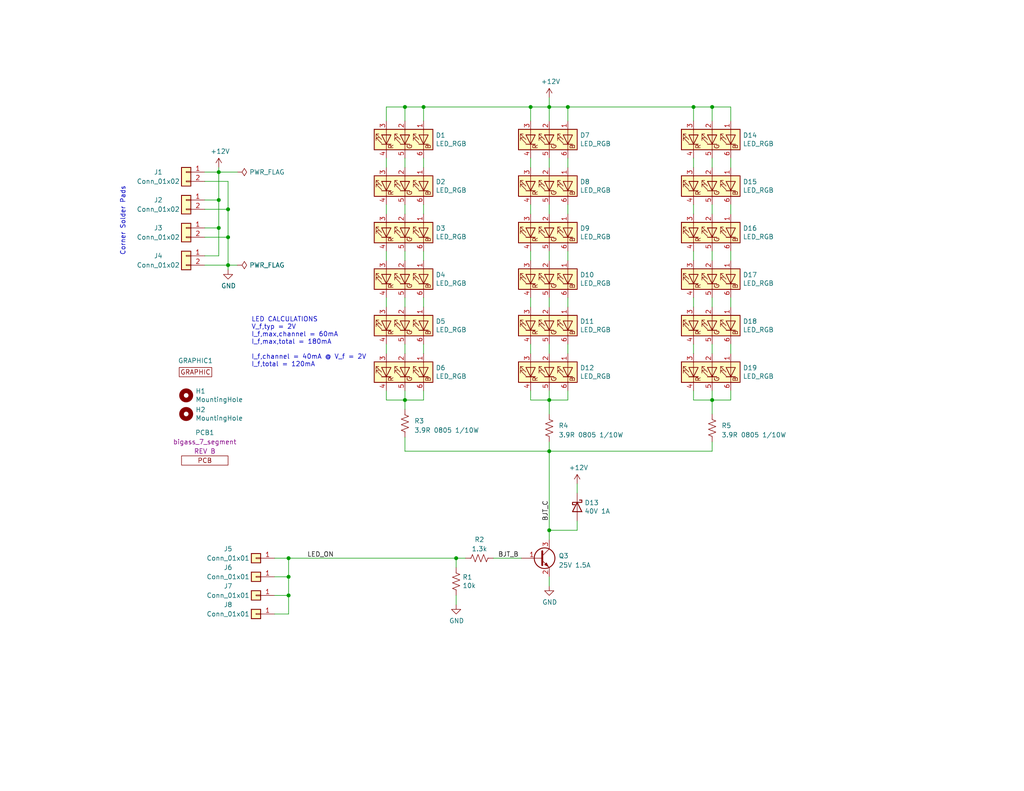
<source format=kicad_sch>
(kicad_sch (version 20230121) (generator eeschema)

  (uuid c06cf705-1205-4590-9b7d-c196d5d498da)

  (paper "A")

  (title_block
    (title "Bigass 7 Segment Display")
    (date "2023-06-29")
    (rev "B")
    (company "Pants for Birds")
    (comment 1 "John McNelly - jkailimcnelly@gmail.com")
  )

  (lib_symbols
    (symbol "Connector_Generic:Conn_01x01" (pin_names (offset 1.016) hide) (in_bom yes) (on_board yes)
      (property "Reference" "J" (at 0 2.54 0)
        (effects (font (size 1.27 1.27)))
      )
      (property "Value" "Conn_01x01" (at 0 -2.54 0)
        (effects (font (size 1.27 1.27)))
      )
      (property "Footprint" "" (at 0 0 0)
        (effects (font (size 1.27 1.27)) hide)
      )
      (property "Datasheet" "~" (at 0 0 0)
        (effects (font (size 1.27 1.27)) hide)
      )
      (property "ki_keywords" "connector" (at 0 0 0)
        (effects (font (size 1.27 1.27)) hide)
      )
      (property "ki_description" "Generic connector, single row, 01x01, script generated (kicad-library-utils/schlib/autogen/connector/)" (at 0 0 0)
        (effects (font (size 1.27 1.27)) hide)
      )
      (property "ki_fp_filters" "Connector*:*_1x??_*" (at 0 0 0)
        (effects (font (size 1.27 1.27)) hide)
      )
      (symbol "Conn_01x01_1_1"
        (rectangle (start -1.27 0.127) (end 0 -0.127)
          (stroke (width 0.1524) (type default))
          (fill (type none))
        )
        (rectangle (start -1.27 1.27) (end 1.27 -1.27)
          (stroke (width 0.254) (type default))
          (fill (type background))
        )
        (pin passive line (at -5.08 0 0) (length 3.81)
          (name "Pin_1" (effects (font (size 1.27 1.27))))
          (number "1" (effects (font (size 1.27 1.27))))
        )
      )
    )
    (symbol "Connector_Generic:Conn_01x02" (pin_names (offset 1.016) hide) (in_bom yes) (on_board yes)
      (property "Reference" "J" (at 0 2.54 0)
        (effects (font (size 1.27 1.27)))
      )
      (property "Value" "Conn_01x02" (at 0 -5.08 0)
        (effects (font (size 1.27 1.27)))
      )
      (property "Footprint" "" (at 0 0 0)
        (effects (font (size 1.27 1.27)) hide)
      )
      (property "Datasheet" "~" (at 0 0 0)
        (effects (font (size 1.27 1.27)) hide)
      )
      (property "ki_keywords" "connector" (at 0 0 0)
        (effects (font (size 1.27 1.27)) hide)
      )
      (property "ki_description" "Generic connector, single row, 01x02, script generated (kicad-library-utils/schlib/autogen/connector/)" (at 0 0 0)
        (effects (font (size 1.27 1.27)) hide)
      )
      (property "ki_fp_filters" "Connector*:*_1x??_*" (at 0 0 0)
        (effects (font (size 1.27 1.27)) hide)
      )
      (symbol "Conn_01x02_1_1"
        (rectangle (start -1.27 -2.413) (end 0 -2.667)
          (stroke (width 0.1524) (type default))
          (fill (type none))
        )
        (rectangle (start -1.27 0.127) (end 0 -0.127)
          (stroke (width 0.1524) (type default))
          (fill (type none))
        )
        (rectangle (start -1.27 1.27) (end 1.27 -3.81)
          (stroke (width 0.254) (type default))
          (fill (type background))
        )
        (pin passive line (at -5.08 0 0) (length 3.81)
          (name "Pin_1" (effects (font (size 1.27 1.27))))
          (number "1" (effects (font (size 1.27 1.27))))
        )
        (pin passive line (at -5.08 -2.54 0) (length 3.81)
          (name "Pin_2" (effects (font (size 1.27 1.27))))
          (number "2" (effects (font (size 1.27 1.27))))
        )
      )
    )
    (symbol "Custom_LED:LED_RGB_AAAKKK" (pin_names (offset 0) hide) (in_bom yes) (on_board yes)
      (property "Reference" "D" (at 0 9.398 0)
        (effects (font (size 1.27 1.27)))
      )
      (property "Value" "LED_RGB_AAAKKK" (at 0 -8.89 0)
        (effects (font (size 1.27 1.27)))
      )
      (property "Footprint" "" (at 0 -1.27 0)
        (effects (font (size 1.27 1.27)) hide)
      )
      (property "Datasheet" "~" (at 0 -1.27 0)
        (effects (font (size 1.27 1.27)) hide)
      )
      (property "ki_keywords" "LED RGB diode" (at 0 0 0)
        (effects (font (size 1.27 1.27)) hide)
      )
      (property "ki_description" "RGB LED, 6 pin package" (at 0 0 0)
        (effects (font (size 1.27 1.27)) hide)
      )
      (property "ki_fp_filters" "LED* LED_SMD:* LED_THT:*" (at 0 0 0)
        (effects (font (size 1.27 1.27)) hide)
      )
      (symbol "LED_RGB_AAAKKK_0_0"
        (text "B" (at -1.905 -6.35 0)
          (effects (font (size 1.27 1.27)))
        )
        (text "G" (at -1.905 -1.27 0)
          (effects (font (size 1.27 1.27)))
        )
        (text "R" (at -1.905 3.81 0)
          (effects (font (size 1.27 1.27)))
        )
      )
      (symbol "LED_RGB_AAAKKK_0_1"
        (polyline
          (pts
            (xy -1.27 -5.08)
            (xy -2.54 -5.08)
          )
          (stroke (width 0) (type solid))
          (fill (type none))
        )
        (polyline
          (pts
            (xy -1.27 -5.08)
            (xy 1.27 -5.08)
          )
          (stroke (width 0) (type solid))
          (fill (type none))
        )
        (polyline
          (pts
            (xy -1.27 -3.81)
            (xy -1.27 -6.35)
          )
          (stroke (width 0) (type solid))
          (fill (type none))
        )
        (polyline
          (pts
            (xy -1.27 -3.81)
            (xy -1.27 -6.35)
          )
          (stroke (width 0.2032) (type solid))
          (fill (type none))
        )
        (polyline
          (pts
            (xy -1.27 0)
            (xy -2.54 0)
          )
          (stroke (width 0) (type solid))
          (fill (type none))
        )
        (polyline
          (pts
            (xy -1.27 1.27)
            (xy -1.27 -1.27)
          )
          (stroke (width 0.2032) (type solid))
          (fill (type none))
        )
        (polyline
          (pts
            (xy -1.27 5.08)
            (xy -2.54 5.08)
          )
          (stroke (width 0) (type solid))
          (fill (type none))
        )
        (polyline
          (pts
            (xy -1.27 5.08)
            (xy 1.27 5.08)
          )
          (stroke (width 0) (type solid))
          (fill (type none))
        )
        (polyline
          (pts
            (xy -1.27 6.35)
            (xy -1.27 3.81)
          )
          (stroke (width 0.2032) (type solid))
          (fill (type none))
        )
        (polyline
          (pts
            (xy 1.27 -5.08)
            (xy 2.54 -5.08)
          )
          (stroke (width 0) (type solid))
          (fill (type none))
        )
        (polyline
          (pts
            (xy 1.27 0)
            (xy -1.27 0)
          )
          (stroke (width 0) (type solid))
          (fill (type none))
        )
        (polyline
          (pts
            (xy 1.27 0)
            (xy 2.54 0)
          )
          (stroke (width 0) (type solid))
          (fill (type none))
        )
        (polyline
          (pts
            (xy 1.27 5.08)
            (xy 2.54 5.08)
          )
          (stroke (width 0) (type solid))
          (fill (type none))
        )
        (polyline
          (pts
            (xy -1.27 1.27)
            (xy -1.27 -1.27)
            (xy -1.27 -1.27)
          )
          (stroke (width 0) (type solid))
          (fill (type none))
        )
        (polyline
          (pts
            (xy -1.27 6.35)
            (xy -1.27 3.81)
            (xy -1.27 3.81)
          )
          (stroke (width 0) (type solid))
          (fill (type none))
        )
        (polyline
          (pts
            (xy 1.27 -3.81)
            (xy 1.27 -6.35)
            (xy -1.27 -5.08)
            (xy 1.27 -3.81)
          )
          (stroke (width 0.2032) (type solid))
          (fill (type none))
        )
        (polyline
          (pts
            (xy 1.27 1.27)
            (xy 1.27 -1.27)
            (xy -1.27 0)
            (xy 1.27 1.27)
          )
          (stroke (width 0.2032) (type solid))
          (fill (type none))
        )
        (polyline
          (pts
            (xy 1.27 6.35)
            (xy 1.27 3.81)
            (xy -1.27 5.08)
            (xy 1.27 6.35)
          )
          (stroke (width 0.2032) (type solid))
          (fill (type none))
        )
        (polyline
          (pts
            (xy -1.016 -3.81)
            (xy 0.508 -2.286)
            (xy -0.254 -2.286)
            (xy 0.508 -2.286)
            (xy 0.508 -3.048)
          )
          (stroke (width 0) (type solid))
          (fill (type none))
        )
        (polyline
          (pts
            (xy -1.016 1.27)
            (xy 0.508 2.794)
            (xy -0.254 2.794)
            (xy 0.508 2.794)
            (xy 0.508 2.032)
          )
          (stroke (width 0) (type solid))
          (fill (type none))
        )
        (polyline
          (pts
            (xy -1.016 6.35)
            (xy 0.508 7.874)
            (xy -0.254 7.874)
            (xy 0.508 7.874)
            (xy 0.508 7.112)
          )
          (stroke (width 0) (type solid))
          (fill (type none))
        )
        (polyline
          (pts
            (xy 0 -3.81)
            (xy 1.524 -2.286)
            (xy 0.762 -2.286)
            (xy 1.524 -2.286)
            (xy 1.524 -3.048)
          )
          (stroke (width 0) (type solid))
          (fill (type none))
        )
        (polyline
          (pts
            (xy 0 1.27)
            (xy 1.524 2.794)
            (xy 0.762 2.794)
            (xy 1.524 2.794)
            (xy 1.524 2.032)
          )
          (stroke (width 0) (type solid))
          (fill (type none))
        )
        (polyline
          (pts
            (xy 0 6.35)
            (xy 1.524 7.874)
            (xy 0.762 7.874)
            (xy 1.524 7.874)
            (xy 1.524 7.112)
          )
          (stroke (width 0) (type solid))
          (fill (type none))
        )
        (rectangle (start 1.27 -1.27) (end 1.27 1.27)
          (stroke (width 0) (type solid))
          (fill (type none))
        )
        (rectangle (start 1.27 1.27) (end 1.27 1.27)
          (stroke (width 0) (type solid))
          (fill (type none))
        )
        (rectangle (start 1.27 3.81) (end 1.27 6.35)
          (stroke (width 0) (type solid))
          (fill (type none))
        )
        (rectangle (start 1.27 6.35) (end 1.27 6.35)
          (stroke (width 0) (type solid))
          (fill (type none))
        )
        (rectangle (start 2.794 8.382) (end -2.794 -7.62)
          (stroke (width 0.254) (type solid))
          (fill (type background))
        )
      )
      (symbol "LED_RGB_AAAKKK_1_1"
        (pin passive line (at 5.08 -5.08 180) (length 2.54)
          (name "BA" (effects (font (size 1.27 1.27))))
          (number "1" (effects (font (size 1.27 1.27))))
        )
        (pin passive line (at 5.08 0 180) (length 2.54)
          (name "GA" (effects (font (size 1.27 1.27))))
          (number "2" (effects (font (size 1.27 1.27))))
        )
        (pin passive line (at 5.08 5.08 180) (length 2.54)
          (name "RA" (effects (font (size 1.27 1.27))))
          (number "3" (effects (font (size 1.27 1.27))))
        )
        (pin passive line (at -5.08 5.08 0) (length 2.54)
          (name "RK" (effects (font (size 1.27 1.27))))
          (number "4" (effects (font (size 1.27 1.27))))
        )
        (pin passive line (at -5.08 0 0) (length 2.54)
          (name "GK" (effects (font (size 1.27 1.27))))
          (number "5" (effects (font (size 1.27 1.27))))
        )
        (pin passive line (at -5.08 -5.08 0) (length 2.54)
          (name "BK" (effects (font (size 1.27 1.27))))
          (number "6" (effects (font (size 1.27 1.27))))
        )
      )
    )
    (symbol "Custom_Placeholder:Graphic" (pin_numbers hide) (pin_names (offset 0) hide) (in_bom no) (on_board yes)
      (property "Reference" "GRAPHIC" (at 0 2.54 0)
        (effects (font (size 1.27 1.27)))
      )
      (property "Value" "Graphic" (at 0 -2.54 0)
        (effects (font (size 1.27 1.27)) hide)
      )
      (property "Footprint" "" (at -0.635 -3.81 0)
        (effects (font (size 1.27 1.27)) hide)
      )
      (property "Datasheet" "" (at -0.635 -3.81 0)
        (effects (font (size 1.27 1.27)) hide)
      )
      (property "ki_description" "Placeholder for silkscreen graphic to be included on PCB." (at 0 0 0)
        (effects (font (size 1.27 1.27)) hide)
      )
      (symbol "Graphic_0_0"
        (rectangle (start -4.445 1.27) (end 4.445 -1.27)
          (stroke (width 0) (type default))
          (fill (type none))
        )
        (text "GRAPHIC" (at 0 0 0)
          (effects (font (size 1.27 1.27)))
        )
      )
    )
    (symbol "Custom_Placeholder:PCB" (pin_numbers hide) (pin_names (offset 0) hide) (in_bom yes) (on_board yes)
      (property "Reference" "PCB" (at 0 4.445 0)
        (effects (font (size 1.27 1.27)))
      )
      (property "Value" "PCB" (at 0 2.54 0)
        (effects (font (size 1.27 1.27)) hide)
      )
      (property "Footprint" "Custom_Graphic:PCB_PN_REV" (at -0.635 -3.81 0)
        (effects (font (size 1.27 1.27)) hide)
      )
      (property "Datasheet" "" (at -0.635 -3.81 0)
        (effects (font (size 1.27 1.27)) hide)
      )
      (property "MPN" "PN XXXXXXX" (at 0 -2.54 0)
        (effects (font (size 1.27 1.27)))
      )
      (property "REV" "REV _" (at -3.175 -4.445 0)
        (effects (font (size 1.27 1.27)))
      )
      (property "ki_description" "Placeholder for PN and REV in copper to be included on PCB." (at 0 0 0)
        (effects (font (size 1.27 1.27)) hide)
      )
      (symbol "PCB_0_0"
        (rectangle (start -6.35 1.27) (end 6.35 -1.27)
          (stroke (width 0) (type default))
          (fill (type none))
        )
        (text "PCB" (at 0 0 0)
          (effects (font (size 1.27 1.27)))
        )
      )
    )
    (symbol "Device:D_Schottky" (pin_numbers hide) (pin_names (offset 1.016) hide) (in_bom yes) (on_board yes)
      (property "Reference" "D" (at 0 2.54 0)
        (effects (font (size 1.27 1.27)))
      )
      (property "Value" "D_Schottky" (at 0 -2.54 0)
        (effects (font (size 1.27 1.27)))
      )
      (property "Footprint" "" (at 0 0 0)
        (effects (font (size 1.27 1.27)) hide)
      )
      (property "Datasheet" "~" (at 0 0 0)
        (effects (font (size 1.27 1.27)) hide)
      )
      (property "ki_keywords" "diode Schottky" (at 0 0 0)
        (effects (font (size 1.27 1.27)) hide)
      )
      (property "ki_description" "Schottky diode" (at 0 0 0)
        (effects (font (size 1.27 1.27)) hide)
      )
      (property "ki_fp_filters" "TO-???* *_Diode_* *SingleDiode* D_*" (at 0 0 0)
        (effects (font (size 1.27 1.27)) hide)
      )
      (symbol "D_Schottky_0_1"
        (polyline
          (pts
            (xy 1.27 0)
            (xy -1.27 0)
          )
          (stroke (width 0) (type default))
          (fill (type none))
        )
        (polyline
          (pts
            (xy 1.27 1.27)
            (xy 1.27 -1.27)
            (xy -1.27 0)
            (xy 1.27 1.27)
          )
          (stroke (width 0.254) (type default))
          (fill (type none))
        )
        (polyline
          (pts
            (xy -1.905 0.635)
            (xy -1.905 1.27)
            (xy -1.27 1.27)
            (xy -1.27 -1.27)
            (xy -0.635 -1.27)
            (xy -0.635 -0.635)
          )
          (stroke (width 0.254) (type default))
          (fill (type none))
        )
      )
      (symbol "D_Schottky_1_1"
        (pin passive line (at -3.81 0 0) (length 2.54)
          (name "K" (effects (font (size 1.27 1.27))))
          (number "1" (effects (font (size 1.27 1.27))))
        )
        (pin passive line (at 3.81 0 180) (length 2.54)
          (name "A" (effects (font (size 1.27 1.27))))
          (number "2" (effects (font (size 1.27 1.27))))
        )
      )
    )
    (symbol "Device:Q_NPN_BEC" (pin_names (offset 0) hide) (in_bom yes) (on_board yes)
      (property "Reference" "Q" (at 5.08 1.27 0)
        (effects (font (size 1.27 1.27)) (justify left))
      )
      (property "Value" "Q_NPN_BEC" (at 5.08 -1.27 0)
        (effects (font (size 1.27 1.27)) (justify left))
      )
      (property "Footprint" "" (at 5.08 2.54 0)
        (effects (font (size 1.27 1.27)) hide)
      )
      (property "Datasheet" "~" (at 0 0 0)
        (effects (font (size 1.27 1.27)) hide)
      )
      (property "ki_keywords" "transistor NPN" (at 0 0 0)
        (effects (font (size 1.27 1.27)) hide)
      )
      (property "ki_description" "NPN transistor, base/emitter/collector" (at 0 0 0)
        (effects (font (size 1.27 1.27)) hide)
      )
      (symbol "Q_NPN_BEC_0_1"
        (polyline
          (pts
            (xy 0.635 0.635)
            (xy 2.54 2.54)
          )
          (stroke (width 0) (type default))
          (fill (type none))
        )
        (polyline
          (pts
            (xy 0.635 -0.635)
            (xy 2.54 -2.54)
            (xy 2.54 -2.54)
          )
          (stroke (width 0) (type default))
          (fill (type none))
        )
        (polyline
          (pts
            (xy 0.635 1.905)
            (xy 0.635 -1.905)
            (xy 0.635 -1.905)
          )
          (stroke (width 0.508) (type default))
          (fill (type none))
        )
        (polyline
          (pts
            (xy 1.27 -1.778)
            (xy 1.778 -1.27)
            (xy 2.286 -2.286)
            (xy 1.27 -1.778)
            (xy 1.27 -1.778)
          )
          (stroke (width 0) (type default))
          (fill (type outline))
        )
        (circle (center 1.27 0) (radius 2.8194)
          (stroke (width 0.254) (type default))
          (fill (type none))
        )
      )
      (symbol "Q_NPN_BEC_1_1"
        (pin input line (at -5.08 0 0) (length 5.715)
          (name "B" (effects (font (size 1.27 1.27))))
          (number "1" (effects (font (size 1.27 1.27))))
        )
        (pin passive line (at 2.54 -5.08 90) (length 2.54)
          (name "E" (effects (font (size 1.27 1.27))))
          (number "2" (effects (font (size 1.27 1.27))))
        )
        (pin passive line (at 2.54 5.08 270) (length 2.54)
          (name "C" (effects (font (size 1.27 1.27))))
          (number "3" (effects (font (size 1.27 1.27))))
        )
      )
    )
    (symbol "Device:R_US" (pin_numbers hide) (pin_names (offset 0)) (in_bom yes) (on_board yes)
      (property "Reference" "R" (at 2.54 0 90)
        (effects (font (size 1.27 1.27)))
      )
      (property "Value" "R_US" (at -2.54 0 90)
        (effects (font (size 1.27 1.27)))
      )
      (property "Footprint" "" (at 1.016 -0.254 90)
        (effects (font (size 1.27 1.27)) hide)
      )
      (property "Datasheet" "~" (at 0 0 0)
        (effects (font (size 1.27 1.27)) hide)
      )
      (property "ki_keywords" "R res resistor" (at 0 0 0)
        (effects (font (size 1.27 1.27)) hide)
      )
      (property "ki_description" "Resistor, US symbol" (at 0 0 0)
        (effects (font (size 1.27 1.27)) hide)
      )
      (property "ki_fp_filters" "R_*" (at 0 0 0)
        (effects (font (size 1.27 1.27)) hide)
      )
      (symbol "R_US_0_1"
        (polyline
          (pts
            (xy 0 -2.286)
            (xy 0 -2.54)
          )
          (stroke (width 0) (type default))
          (fill (type none))
        )
        (polyline
          (pts
            (xy 0 2.286)
            (xy 0 2.54)
          )
          (stroke (width 0) (type default))
          (fill (type none))
        )
        (polyline
          (pts
            (xy 0 -0.762)
            (xy 1.016 -1.143)
            (xy 0 -1.524)
            (xy -1.016 -1.905)
            (xy 0 -2.286)
          )
          (stroke (width 0) (type default))
          (fill (type none))
        )
        (polyline
          (pts
            (xy 0 0.762)
            (xy 1.016 0.381)
            (xy 0 0)
            (xy -1.016 -0.381)
            (xy 0 -0.762)
          )
          (stroke (width 0) (type default))
          (fill (type none))
        )
        (polyline
          (pts
            (xy 0 2.286)
            (xy 1.016 1.905)
            (xy 0 1.524)
            (xy -1.016 1.143)
            (xy 0 0.762)
          )
          (stroke (width 0) (type default))
          (fill (type none))
        )
      )
      (symbol "R_US_1_1"
        (pin passive line (at 0 3.81 270) (length 1.27)
          (name "~" (effects (font (size 1.27 1.27))))
          (number "1" (effects (font (size 1.27 1.27))))
        )
        (pin passive line (at 0 -3.81 90) (length 1.27)
          (name "~" (effects (font (size 1.27 1.27))))
          (number "2" (effects (font (size 1.27 1.27))))
        )
      )
    )
    (symbol "Mechanical:MountingHole" (pin_names (offset 1.016)) (in_bom yes) (on_board yes)
      (property "Reference" "H" (at 0 5.08 0)
        (effects (font (size 1.27 1.27)))
      )
      (property "Value" "MountingHole" (at 0 3.175 0)
        (effects (font (size 1.27 1.27)))
      )
      (property "Footprint" "" (at 0 0 0)
        (effects (font (size 1.27 1.27)) hide)
      )
      (property "Datasheet" "~" (at 0 0 0)
        (effects (font (size 1.27 1.27)) hide)
      )
      (property "ki_keywords" "mounting hole" (at 0 0 0)
        (effects (font (size 1.27 1.27)) hide)
      )
      (property "ki_description" "Mounting Hole without connection" (at 0 0 0)
        (effects (font (size 1.27 1.27)) hide)
      )
      (property "ki_fp_filters" "MountingHole*" (at 0 0 0)
        (effects (font (size 1.27 1.27)) hide)
      )
      (symbol "MountingHole_0_1"
        (circle (center 0 0) (radius 1.27)
          (stroke (width 1.27) (type default))
          (fill (type none))
        )
      )
    )
    (symbol "power:+12V" (power) (pin_names (offset 0)) (in_bom yes) (on_board yes)
      (property "Reference" "#PWR" (at 0 -3.81 0)
        (effects (font (size 1.27 1.27)) hide)
      )
      (property "Value" "+12V" (at 0 3.556 0)
        (effects (font (size 1.27 1.27)))
      )
      (property "Footprint" "" (at 0 0 0)
        (effects (font (size 1.27 1.27)) hide)
      )
      (property "Datasheet" "" (at 0 0 0)
        (effects (font (size 1.27 1.27)) hide)
      )
      (property "ki_keywords" "global power" (at 0 0 0)
        (effects (font (size 1.27 1.27)) hide)
      )
      (property "ki_description" "Power symbol creates a global label with name \"+12V\"" (at 0 0 0)
        (effects (font (size 1.27 1.27)) hide)
      )
      (symbol "+12V_0_1"
        (polyline
          (pts
            (xy -0.762 1.27)
            (xy 0 2.54)
          )
          (stroke (width 0) (type default))
          (fill (type none))
        )
        (polyline
          (pts
            (xy 0 0)
            (xy 0 2.54)
          )
          (stroke (width 0) (type default))
          (fill (type none))
        )
        (polyline
          (pts
            (xy 0 2.54)
            (xy 0.762 1.27)
          )
          (stroke (width 0) (type default))
          (fill (type none))
        )
      )
      (symbol "+12V_1_1"
        (pin power_in line (at 0 0 90) (length 0) hide
          (name "+12V" (effects (font (size 1.27 1.27))))
          (number "1" (effects (font (size 1.27 1.27))))
        )
      )
    )
    (symbol "power:GND" (power) (pin_names (offset 0)) (in_bom yes) (on_board yes)
      (property "Reference" "#PWR" (at 0 -6.35 0)
        (effects (font (size 1.27 1.27)) hide)
      )
      (property "Value" "GND" (at 0 -3.81 0)
        (effects (font (size 1.27 1.27)))
      )
      (property "Footprint" "" (at 0 0 0)
        (effects (font (size 1.27 1.27)) hide)
      )
      (property "Datasheet" "" (at 0 0 0)
        (effects (font (size 1.27 1.27)) hide)
      )
      (property "ki_keywords" "global power" (at 0 0 0)
        (effects (font (size 1.27 1.27)) hide)
      )
      (property "ki_description" "Power symbol creates a global label with name \"GND\" , ground" (at 0 0 0)
        (effects (font (size 1.27 1.27)) hide)
      )
      (symbol "GND_0_1"
        (polyline
          (pts
            (xy 0 0)
            (xy 0 -1.27)
            (xy 1.27 -1.27)
            (xy 0 -2.54)
            (xy -1.27 -1.27)
            (xy 0 -1.27)
          )
          (stroke (width 0) (type default))
          (fill (type none))
        )
      )
      (symbol "GND_1_1"
        (pin power_in line (at 0 0 270) (length 0) hide
          (name "GND" (effects (font (size 1.27 1.27))))
          (number "1" (effects (font (size 1.27 1.27))))
        )
      )
    )
    (symbol "power:PWR_FLAG" (power) (pin_numbers hide) (pin_names (offset 0) hide) (in_bom yes) (on_board yes)
      (property "Reference" "#FLG" (at 0 1.905 0)
        (effects (font (size 1.27 1.27)) hide)
      )
      (property "Value" "PWR_FLAG" (at 0 3.81 0)
        (effects (font (size 1.27 1.27)))
      )
      (property "Footprint" "" (at 0 0 0)
        (effects (font (size 1.27 1.27)) hide)
      )
      (property "Datasheet" "~" (at 0 0 0)
        (effects (font (size 1.27 1.27)) hide)
      )
      (property "ki_keywords" "flag power" (at 0 0 0)
        (effects (font (size 1.27 1.27)) hide)
      )
      (property "ki_description" "Special symbol for telling ERC where power comes from" (at 0 0 0)
        (effects (font (size 1.27 1.27)) hide)
      )
      (symbol "PWR_FLAG_0_0"
        (pin power_out line (at 0 0 90) (length 0)
          (name "pwr" (effects (font (size 1.27 1.27))))
          (number "1" (effects (font (size 1.27 1.27))))
        )
      )
      (symbol "PWR_FLAG_0_1"
        (polyline
          (pts
            (xy 0 0)
            (xy 0 1.27)
            (xy -1.016 1.905)
            (xy 0 2.54)
            (xy 1.016 1.905)
            (xy 0 1.27)
          )
          (stroke (width 0) (type default))
          (fill (type none))
        )
      )
    )
  )

  (junction (at 59.69 62.23) (diameter 0) (color 0 0 0 0)
    (uuid 09d7b6bb-40e3-4050-9f44-7c326c35dcca)
  )
  (junction (at 124.46 152.4) (diameter 0) (color 0 0 0 0)
    (uuid 230f3452-c052-4a8c-ae4c-12ffa37e4bd6)
  )
  (junction (at 110.49 109.22) (diameter 0) (color 0 0 0 0)
    (uuid 24ad06ac-60ee-49a4-969c-454abbc8f6b7)
  )
  (junction (at 110.49 29.21) (diameter 0) (color 0 0 0 0)
    (uuid 24eb7032-3e4e-453d-8cff-6de33130fb65)
  )
  (junction (at 154.94 29.21) (diameter 0) (color 0 0 0 0)
    (uuid 2a0f8c6f-29ec-48c0-9573-1d3aea59790c)
  )
  (junction (at 115.57 29.21) (diameter 0) (color 0 0 0 0)
    (uuid 2af35a9c-8271-44cf-8f5d-706243e2481b)
  )
  (junction (at 62.23 57.15) (diameter 0) (color 0 0 0 0)
    (uuid 55db402c-df30-4a14-9b26-fdb022b5044b)
  )
  (junction (at 189.23 29.21) (diameter 0) (color 0 0 0 0)
    (uuid 582253aa-06e3-4aab-a9f2-e20053d78df6)
  )
  (junction (at 78.74 162.56) (diameter 0) (color 0 0 0 0)
    (uuid 6592abae-23d7-48c2-a64c-7e30eee6a1e9)
  )
  (junction (at 149.86 144.78) (diameter 0) (color 0 0 0 0)
    (uuid 6997e490-6c08-46d5-b119-be170ed62425)
  )
  (junction (at 59.69 46.99) (diameter 0) (color 0 0 0 0)
    (uuid 78e610b2-83c8-45d7-b701-c0efda146050)
  )
  (junction (at 59.69 54.61) (diameter 0) (color 0 0 0 0)
    (uuid 80f7fed4-3bba-42f4-843e-0de3b425b079)
  )
  (junction (at 78.74 152.4) (diameter 0) (color 0 0 0 0)
    (uuid 97a2727f-9d26-4ef8-b11f-7be65eb46179)
  )
  (junction (at 62.23 64.77) (diameter 0) (color 0 0 0 0)
    (uuid 9ff44d95-82f3-4bee-b1e8-a6653f386304)
  )
  (junction (at 144.78 29.21) (diameter 0) (color 0 0 0 0)
    (uuid abd0f418-2d65-48e4-9e15-6f1ee88cd9f8)
  )
  (junction (at 149.86 29.21) (diameter 0) (color 0 0 0 0)
    (uuid b17d3fa3-3c6f-42b2-a9f2-6d781c11e986)
  )
  (junction (at 78.74 157.48) (diameter 0) (color 0 0 0 0)
    (uuid b38672a0-df7b-4c86-924f-a23557f4bb0f)
  )
  (junction (at 149.86 123.19) (diameter 0) (color 0 0 0 0)
    (uuid b9325094-3079-42b9-af50-282eb1ada9a4)
  )
  (junction (at 194.31 29.21) (diameter 0) (color 0 0 0 0)
    (uuid be65f853-1664-4130-8b9f-22096c8ee407)
  )
  (junction (at 149.86 109.22) (diameter 0) (color 0 0 0 0)
    (uuid c76f5326-ee73-425f-8e37-19bd8d8c7ad0)
  )
  (junction (at 62.23 72.39) (diameter 0) (color 0 0 0 0)
    (uuid d076b01c-99ae-4d66-8970-9a7fca34f0cb)
  )
  (junction (at 194.31 109.22) (diameter 0) (color 0 0 0 0)
    (uuid d6abd5f8-9c41-479d-93e8-81e297e3015f)
  )

  (wire (pts (xy 105.41 109.22) (xy 110.49 109.22))
    (stroke (width 0) (type default))
    (uuid 002d7bd3-5e3a-4d52-8361-7248e71b8a25)
  )
  (wire (pts (xy 78.74 152.4) (xy 78.74 157.48))
    (stroke (width 0) (type default))
    (uuid 02af61d8-84d0-4bab-95ff-416928d30128)
  )
  (wire (pts (xy 194.31 109.22) (xy 194.31 113.03))
    (stroke (width 0) (type default))
    (uuid 036c3f0b-09cc-4da4-8d5a-4b82a7069359)
  )
  (wire (pts (xy 194.31 81.28) (xy 194.31 83.82))
    (stroke (width 0) (type default))
    (uuid 04e2eacc-8cf0-4025-a59e-4733ae4c2af6)
  )
  (wire (pts (xy 110.49 81.28) (xy 110.49 83.82))
    (stroke (width 0) (type default))
    (uuid 05fc570e-388b-4c0b-b277-13e311b68969)
  )
  (wire (pts (xy 194.31 43.18) (xy 194.31 45.72))
    (stroke (width 0) (type default))
    (uuid 0951ad5b-b778-4015-9360-8109dc84126a)
  )
  (wire (pts (xy 74.93 152.4) (xy 78.74 152.4))
    (stroke (width 0) (type default))
    (uuid 0ce22904-e0c1-47ac-ab27-2a3d4fdbf48a)
  )
  (wire (pts (xy 149.86 123.19) (xy 149.86 144.78))
    (stroke (width 0) (type default))
    (uuid 121e4175-ee6c-46a7-97a6-870f1bd26c79)
  )
  (wire (pts (xy 115.57 33.02) (xy 115.57 29.21))
    (stroke (width 0) (type default))
    (uuid 15e662c7-3531-4db9-9336-f3865815b3c6)
  )
  (wire (pts (xy 199.39 68.58) (xy 199.39 71.12))
    (stroke (width 0) (type default))
    (uuid 176a0589-8489-4a7c-82ee-1b7afe30a4b2)
  )
  (wire (pts (xy 157.48 132.08) (xy 157.48 134.62))
    (stroke (width 0) (type default))
    (uuid 216476fa-1cb0-4786-a35c-34b4572107b3)
  )
  (wire (pts (xy 59.69 46.99) (xy 59.69 54.61))
    (stroke (width 0) (type default))
    (uuid 217628f9-9cc8-40e5-bc81-db176633d191)
  )
  (wire (pts (xy 105.41 68.58) (xy 105.41 71.12))
    (stroke (width 0) (type default))
    (uuid 21c721b6-8820-40ad-b2ea-263b36776952)
  )
  (wire (pts (xy 78.74 152.4) (xy 124.46 152.4))
    (stroke (width 0) (type default))
    (uuid 27f6ef84-88e0-4200-9dc3-ec4ea437738f)
  )
  (wire (pts (xy 115.57 29.21) (xy 110.49 29.21))
    (stroke (width 0) (type default))
    (uuid 28a3fb6e-d397-4463-b946-7898b87d356f)
  )
  (wire (pts (xy 189.23 109.22) (xy 194.31 109.22))
    (stroke (width 0) (type default))
    (uuid 28fc283e-d891-482c-807e-696a0caa6a17)
  )
  (wire (pts (xy 144.78 93.98) (xy 144.78 96.52))
    (stroke (width 0) (type default))
    (uuid 2ea4d3a6-54ab-4caf-ada8-a2778ec0a8c0)
  )
  (wire (pts (xy 110.49 123.19) (xy 110.49 119.38))
    (stroke (width 0) (type default))
    (uuid 318c4328-852a-4e39-8964-857ad8330820)
  )
  (wire (pts (xy 157.48 142.24) (xy 157.48 144.78))
    (stroke (width 0) (type default))
    (uuid 37de5047-545a-466c-ba04-dacff4ca8769)
  )
  (wire (pts (xy 62.23 49.53) (xy 62.23 57.15))
    (stroke (width 0) (type default))
    (uuid 3a2b8746-ba7f-4f79-8ac2-3399f74711b0)
  )
  (wire (pts (xy 115.57 106.68) (xy 115.57 109.22))
    (stroke (width 0) (type default))
    (uuid 3e826839-d4fb-429a-8e38-83137ac51986)
  )
  (wire (pts (xy 124.46 154.94) (xy 124.46 152.4))
    (stroke (width 0) (type default))
    (uuid 3f37ba95-3013-4cb2-b463-fb8e47c1dd8e)
  )
  (wire (pts (xy 189.23 106.68) (xy 189.23 109.22))
    (stroke (width 0) (type default))
    (uuid 3f6da13c-457e-4eab-8efa-ba6c15284b61)
  )
  (wire (pts (xy 149.86 120.65) (xy 149.86 123.19))
    (stroke (width 0) (type default))
    (uuid 42bdd883-ce25-4398-8f5b-8198d3352dcd)
  )
  (wire (pts (xy 194.31 55.88) (xy 194.31 58.42))
    (stroke (width 0) (type default))
    (uuid 42cff873-7904-4585-b046-e5b32d28f2f3)
  )
  (wire (pts (xy 105.41 29.21) (xy 105.41 33.02))
    (stroke (width 0) (type default))
    (uuid 44b5a0d8-b5f4-4dc6-9842-4990f355086f)
  )
  (wire (pts (xy 144.78 43.18) (xy 144.78 45.72))
    (stroke (width 0) (type default))
    (uuid 45723e89-ee6a-4a6c-9aac-1cea1b416a44)
  )
  (wire (pts (xy 115.57 81.28) (xy 115.57 83.82))
    (stroke (width 0) (type default))
    (uuid 46a6d101-a0cb-413e-a28f-162b72fc4dd5)
  )
  (wire (pts (xy 55.88 49.53) (xy 62.23 49.53))
    (stroke (width 0) (type default))
    (uuid 49778e9a-dfa5-4ae3-8faa-fb54bb9c43bb)
  )
  (wire (pts (xy 189.23 55.88) (xy 189.23 58.42))
    (stroke (width 0) (type default))
    (uuid 4e7d545b-0184-4a0f-ab6d-d46ee9b5b7b1)
  )
  (wire (pts (xy 55.88 57.15) (xy 62.23 57.15))
    (stroke (width 0) (type default))
    (uuid 52204c69-9d36-443d-964d-cb5a3336878b)
  )
  (wire (pts (xy 189.23 43.18) (xy 189.23 45.72))
    (stroke (width 0) (type default))
    (uuid 5499da28-c371-4667-a649-734891dc16d7)
  )
  (wire (pts (xy 105.41 93.98) (xy 105.41 96.52))
    (stroke (width 0) (type default))
    (uuid 57619975-4c4b-4e2e-af92-7893bdb260d3)
  )
  (wire (pts (xy 149.86 68.58) (xy 149.86 71.12))
    (stroke (width 0) (type default))
    (uuid 58b491bd-d0a3-4a18-8465-b8a3bb67e4f3)
  )
  (wire (pts (xy 59.69 62.23) (xy 55.88 62.23))
    (stroke (width 0) (type default))
    (uuid 5942907c-9abd-4b80-a509-9c0f90e520d0)
  )
  (wire (pts (xy 62.23 64.77) (xy 62.23 72.39))
    (stroke (width 0) (type default))
    (uuid 59f89ea6-fc9d-42a5-91dd-035a07440259)
  )
  (wire (pts (xy 189.23 93.98) (xy 189.23 96.52))
    (stroke (width 0) (type default))
    (uuid 6047116d-8e63-4a55-b442-55128b177c28)
  )
  (wire (pts (xy 149.86 26.67) (xy 149.86 29.21))
    (stroke (width 0) (type default))
    (uuid 612b5061-dbaa-4083-8fb4-0a419e6230dd)
  )
  (wire (pts (xy 59.69 54.61) (xy 59.69 62.23))
    (stroke (width 0) (type default))
    (uuid 613c48bd-faf7-4cf6-ba24-c0cdb1d571eb)
  )
  (wire (pts (xy 110.49 55.88) (xy 110.49 58.42))
    (stroke (width 0) (type default))
    (uuid 64bfae6d-9c97-4046-acbc-6ec3b8038ed5)
  )
  (wire (pts (xy 134.62 152.4) (xy 142.24 152.4))
    (stroke (width 0) (type default))
    (uuid 6753d6b0-6330-4e92-bd89-50f478eeb804)
  )
  (wire (pts (xy 59.69 46.99) (xy 55.88 46.99))
    (stroke (width 0) (type default))
    (uuid 69b5be21-87b8-488e-8c9d-4cd5f37b69d4)
  )
  (wire (pts (xy 105.41 43.18) (xy 105.41 45.72))
    (stroke (width 0) (type default))
    (uuid 6add5f7b-f7b9-4c63-b7b0-69d1028be0fe)
  )
  (wire (pts (xy 149.86 109.22) (xy 154.94 109.22))
    (stroke (width 0) (type default))
    (uuid 6e3ee442-7d19-429a-b5fc-7badcdb6cbce)
  )
  (wire (pts (xy 189.23 68.58) (xy 189.23 71.12))
    (stroke (width 0) (type default))
    (uuid 6eb369df-9548-4fa5-a0aa-9bb5f25f9b83)
  )
  (wire (pts (xy 157.48 144.78) (xy 149.86 144.78))
    (stroke (width 0) (type default))
    (uuid 702308a4-ea4f-4516-bdff-3c15e3eb0563)
  )
  (wire (pts (xy 199.39 55.88) (xy 199.39 58.42))
    (stroke (width 0) (type default))
    (uuid 70bf14f1-7407-4272-aad5-f153324903d1)
  )
  (wire (pts (xy 149.86 160.02) (xy 149.86 157.48))
    (stroke (width 0) (type default))
    (uuid 71d28896-9023-4448-866f-240fb1161118)
  )
  (wire (pts (xy 154.94 29.21) (xy 154.94 33.02))
    (stroke (width 0) (type default))
    (uuid 73b2995e-7fee-4d94-9116-c1b54a7a6659)
  )
  (wire (pts (xy 154.94 93.98) (xy 154.94 96.52))
    (stroke (width 0) (type default))
    (uuid 7597e47c-f6ae-4de6-9aa6-791e9cfe4a02)
  )
  (wire (pts (xy 64.77 46.99) (xy 59.69 46.99))
    (stroke (width 0) (type default))
    (uuid 77432b81-f4c0-4c2f-8e94-b3f900756dff)
  )
  (wire (pts (xy 144.78 55.88) (xy 144.78 58.42))
    (stroke (width 0) (type default))
    (uuid 7801abd9-b5f0-446e-b089-c9cbe6cdc051)
  )
  (wire (pts (xy 78.74 162.56) (xy 78.74 167.64))
    (stroke (width 0) (type default))
    (uuid 78ffc9f1-a111-4164-8267-a8fb8ce92be9)
  )
  (wire (pts (xy 115.57 55.88) (xy 115.57 58.42))
    (stroke (width 0) (type default))
    (uuid 792edc76-68a6-4981-a5cd-643ede273252)
  )
  (wire (pts (xy 199.39 109.22) (xy 199.39 106.68))
    (stroke (width 0) (type default))
    (uuid 7c3e4917-68d1-439d-8e19-6a50ed8eda28)
  )
  (wire (pts (xy 194.31 109.22) (xy 199.39 109.22))
    (stroke (width 0) (type default))
    (uuid 7e30576d-7991-4f9f-9609-8712dfaa5e49)
  )
  (wire (pts (xy 149.86 29.21) (xy 149.86 33.02))
    (stroke (width 0) (type default))
    (uuid 80c93322-da2b-47dd-a7a7-52436480a86b)
  )
  (wire (pts (xy 124.46 152.4) (xy 127 152.4))
    (stroke (width 0) (type default))
    (uuid 8108c62c-4ba0-48ca-b46c-c9c82a3ea772)
  )
  (wire (pts (xy 115.57 43.18) (xy 115.57 45.72))
    (stroke (width 0) (type default))
    (uuid 81cca5bd-cc3f-4a98-a4be-6febb6003644)
  )
  (wire (pts (xy 62.23 57.15) (xy 62.23 64.77))
    (stroke (width 0) (type default))
    (uuid 8402cbfa-f12a-4ed5-b874-96d5dd411d83)
  )
  (wire (pts (xy 144.78 68.58) (xy 144.78 71.12))
    (stroke (width 0) (type default))
    (uuid 84d6be92-0ceb-4a1a-b99c-30b81b7294f0)
  )
  (wire (pts (xy 62.23 72.39) (xy 55.88 72.39))
    (stroke (width 0) (type default))
    (uuid 86f94b79-a018-4e30-ad44-26f7c667ef76)
  )
  (wire (pts (xy 110.49 106.68) (xy 110.49 109.22))
    (stroke (width 0) (type default))
    (uuid 8d1d9b84-2248-415d-b95c-15e0fcd9450e)
  )
  (wire (pts (xy 110.49 43.18) (xy 110.49 45.72))
    (stroke (width 0) (type default))
    (uuid 8e44d1b2-64de-473a-a3f2-893252a7bf70)
  )
  (wire (pts (xy 110.49 68.58) (xy 110.49 71.12))
    (stroke (width 0) (type default))
    (uuid 8e9dde50-0503-4129-a3fb-be6dcddd61f3)
  )
  (wire (pts (xy 62.23 73.66) (xy 62.23 72.39))
    (stroke (width 0) (type default))
    (uuid 910ef85b-fd85-435d-ac08-193600905751)
  )
  (wire (pts (xy 74.93 157.48) (xy 78.74 157.48))
    (stroke (width 0) (type default))
    (uuid 9122d996-4744-4959-a89a-5b8a664c24ec)
  )
  (wire (pts (xy 59.69 45.72) (xy 59.69 46.99))
    (stroke (width 0) (type default))
    (uuid 92dce945-d01e-437a-a442-052f5689c0ac)
  )
  (wire (pts (xy 189.23 81.28) (xy 189.23 83.82))
    (stroke (width 0) (type default))
    (uuid 9306b15a-3763-479d-b90f-d1198630f04f)
  )
  (wire (pts (xy 154.94 68.58) (xy 154.94 71.12))
    (stroke (width 0) (type default))
    (uuid 94214f84-34af-4b21-b4f2-aba50100f5a7)
  )
  (wire (pts (xy 110.49 29.21) (xy 105.41 29.21))
    (stroke (width 0) (type default))
    (uuid 97f9ac37-7d92-4cea-a143-ea6ee35cca3f)
  )
  (wire (pts (xy 194.31 29.21) (xy 194.31 33.02))
    (stroke (width 0) (type default))
    (uuid 9a982341-ad1a-48e6-bfee-f5ccc5da4f18)
  )
  (wire (pts (xy 78.74 157.48) (xy 78.74 162.56))
    (stroke (width 0) (type default))
    (uuid 9b11397f-6fb8-45f3-a7e8-ec1337c55b9b)
  )
  (wire (pts (xy 149.86 43.18) (xy 149.86 45.72))
    (stroke (width 0) (type default))
    (uuid a698b02d-7e52-40e2-9cda-33dc1e4a4d24)
  )
  (wire (pts (xy 154.94 43.18) (xy 154.94 45.72))
    (stroke (width 0) (type default))
    (uuid a764f1db-2d59-4f12-a735-8d94a0d53c5f)
  )
  (wire (pts (xy 144.78 81.28) (xy 144.78 83.82))
    (stroke (width 0) (type default))
    (uuid a7a7020d-c4ff-4b37-b539-9b61f7d14442)
  )
  (wire (pts (xy 144.78 29.21) (xy 149.86 29.21))
    (stroke (width 0) (type default))
    (uuid aa0c0475-fe89-48c8-b24c-751bd6d817e5)
  )
  (wire (pts (xy 115.57 29.21) (xy 144.78 29.21))
    (stroke (width 0) (type default))
    (uuid ab8a739a-2a89-4648-9e34-22da6242de0d)
  )
  (wire (pts (xy 59.69 62.23) (xy 59.69 69.85))
    (stroke (width 0) (type default))
    (uuid b0c90e62-3e15-4964-9113-1eb7915c0372)
  )
  (wire (pts (xy 149.86 123.19) (xy 110.49 123.19))
    (stroke (width 0) (type default))
    (uuid b2912a49-e88d-4da6-b105-8f4b33da4124)
  )
  (wire (pts (xy 74.93 162.56) (xy 78.74 162.56))
    (stroke (width 0) (type default))
    (uuid b4529d26-c88d-40a7-9604-2a74034e5c2c)
  )
  (wire (pts (xy 105.41 81.28) (xy 105.41 83.82))
    (stroke (width 0) (type default))
    (uuid b4a4eabe-84e0-4883-90a2-dc728da68201)
  )
  (wire (pts (xy 124.46 165.1) (xy 124.46 162.56))
    (stroke (width 0) (type default))
    (uuid b897949f-fde4-4a31-84bd-5caee18fbb73)
  )
  (wire (pts (xy 149.86 109.22) (xy 149.86 113.03))
    (stroke (width 0) (type default))
    (uuid ba336903-25e5-4bd3-ba58-d728e3994b51)
  )
  (wire (pts (xy 144.78 106.68) (xy 144.78 109.22))
    (stroke (width 0) (type default))
    (uuid bbf50ec8-3508-46e6-9f33-bcd100db059a)
  )
  (wire (pts (xy 199.39 29.21) (xy 199.39 33.02))
    (stroke (width 0) (type default))
    (uuid bd8dfd39-c1ec-45ef-8802-e1ce57b8c6fe)
  )
  (wire (pts (xy 149.86 93.98) (xy 149.86 96.52))
    (stroke (width 0) (type default))
    (uuid bf762701-0094-4927-84e8-9f31b6aa42e2)
  )
  (wire (pts (xy 194.31 93.98) (xy 194.31 96.52))
    (stroke (width 0) (type default))
    (uuid c0311fc0-4eba-49d2-bdfc-ae6d9b7529aa)
  )
  (wire (pts (xy 144.78 109.22) (xy 149.86 109.22))
    (stroke (width 0) (type default))
    (uuid c1b264dc-f7f3-4f66-9330-c09a95e0f9cd)
  )
  (wire (pts (xy 149.86 144.78) (xy 149.86 147.32))
    (stroke (width 0) (type default))
    (uuid c1d25200-5d3c-4774-b957-533e66e7d82e)
  )
  (wire (pts (xy 154.94 29.21) (xy 149.86 29.21))
    (stroke (width 0) (type default))
    (uuid c26de759-207d-4efc-a4ef-dc9a0cdb1dbb)
  )
  (wire (pts (xy 110.49 109.22) (xy 115.57 109.22))
    (stroke (width 0) (type default))
    (uuid c51c372d-6cf0-417f-8f1a-0bb602b8b61c)
  )
  (wire (pts (xy 189.23 29.21) (xy 189.23 33.02))
    (stroke (width 0) (type default))
    (uuid c5712977-c36f-4061-8636-d607a9f73db2)
  )
  (wire (pts (xy 149.86 106.68) (xy 149.86 109.22))
    (stroke (width 0) (type default))
    (uuid c65410fc-8d4f-4361-8be2-f8467ff88aaf)
  )
  (wire (pts (xy 64.77 72.39) (xy 62.23 72.39))
    (stroke (width 0) (type default))
    (uuid c804dff7-5396-42d6-8e3f-7e4fa47e37bd)
  )
  (wire (pts (xy 154.94 106.68) (xy 154.94 109.22))
    (stroke (width 0) (type default))
    (uuid c9142428-a12a-4ad5-ab70-f525e74ebd71)
  )
  (wire (pts (xy 110.49 93.98) (xy 110.49 96.52))
    (stroke (width 0) (type default))
    (uuid cb3dd35b-c547-477d-8c1f-2915c311ea9d)
  )
  (wire (pts (xy 199.39 93.98) (xy 199.39 96.52))
    (stroke (width 0) (type default))
    (uuid cb762ad2-fb3a-40ad-aef2-f7c4bf4bb965)
  )
  (wire (pts (xy 115.57 93.98) (xy 115.57 96.52))
    (stroke (width 0) (type default))
    (uuid cb84f177-4eb4-4037-bff4-b52a26deb0fc)
  )
  (wire (pts (xy 194.31 106.68) (xy 194.31 109.22))
    (stroke (width 0) (type default))
    (uuid cce8622e-c3b0-4e2d-9ec6-50eaab990f45)
  )
  (wire (pts (xy 144.78 29.21) (xy 144.78 33.02))
    (stroke (width 0) (type default))
    (uuid d1095259-cf09-4d4a-86a5-d1b3b3edd8b3)
  )
  (wire (pts (xy 194.31 29.21) (xy 199.39 29.21))
    (stroke (width 0) (type default))
    (uuid d7da6d47-7bf3-4d6c-ab3d-07acd97cc7aa)
  )
  (wire (pts (xy 149.86 55.88) (xy 149.86 58.42))
    (stroke (width 0) (type default))
    (uuid d919f7ee-b365-4654-834b-00ad3e634de7)
  )
  (wire (pts (xy 154.94 55.88) (xy 154.94 58.42))
    (stroke (width 0) (type default))
    (uuid da2ebf6c-a18c-41db-9d52-da5eb32cd520)
  )
  (wire (pts (xy 110.49 29.21) (xy 110.49 33.02))
    (stroke (width 0) (type default))
    (uuid da553e4e-7a19-47d0-923b-c8c718578dfd)
  )
  (wire (pts (xy 115.57 68.58) (xy 115.57 71.12))
    (stroke (width 0) (type default))
    (uuid dcbef179-c880-4ba5-9a3d-6e3b22746573)
  )
  (wire (pts (xy 59.69 69.85) (xy 55.88 69.85))
    (stroke (width 0) (type default))
    (uuid de82d2f0-531e-4f94-a5e9-ff747ae43d0c)
  )
  (wire (pts (xy 189.23 29.21) (xy 194.31 29.21))
    (stroke (width 0) (type default))
    (uuid de8f0f9a-1590-43f5-b654-0db248ebc625)
  )
  (wire (pts (xy 194.31 123.19) (xy 149.86 123.19))
    (stroke (width 0) (type default))
    (uuid dff0ddb7-8071-47bc-91f0-10e84e04ee08)
  )
  (wire (pts (xy 105.41 55.88) (xy 105.41 58.42))
    (stroke (width 0) (type default))
    (uuid e0d3ca71-93c7-43e9-9f95-cb3921b87a74)
  )
  (wire (pts (xy 154.94 81.28) (xy 154.94 83.82))
    (stroke (width 0) (type default))
    (uuid e110649c-9c46-4ede-93c6-eb4318a61f0b)
  )
  (wire (pts (xy 199.39 81.28) (xy 199.39 83.82))
    (stroke (width 0) (type default))
    (uuid e1258ccf-a65e-44d0-9f61-752cf895ee23)
  )
  (wire (pts (xy 105.41 106.68) (xy 105.41 109.22))
    (stroke (width 0) (type default))
    (uuid e2393dd7-3155-40e8-be15-f3219da2b88c)
  )
  (wire (pts (xy 194.31 68.58) (xy 194.31 71.12))
    (stroke (width 0) (type default))
    (uuid e5d51d9f-d9ba-4bb9-b69f-0677f3737057)
  )
  (wire (pts (xy 55.88 64.77) (xy 62.23 64.77))
    (stroke (width 0) (type default))
    (uuid f3742004-8669-461d-b225-8d31d464b632)
  )
  (wire (pts (xy 78.74 167.64) (xy 74.93 167.64))
    (stroke (width 0) (type default))
    (uuid f63c46b2-b2b2-4bc7-98cd-bb31dae9bd54)
  )
  (wire (pts (xy 59.69 54.61) (xy 55.88 54.61))
    (stroke (width 0) (type default))
    (uuid f731d1ca-f90e-4547-b27c-c7daeb0220d4)
  )
  (wire (pts (xy 110.49 109.22) (xy 110.49 111.76))
    (stroke (width 0) (type default))
    (uuid f87682cf-1fe2-4036-928a-c9da83192825)
  )
  (wire (pts (xy 199.39 43.18) (xy 199.39 45.72))
    (stroke (width 0) (type default))
    (uuid f885c176-374a-4be8-b421-09eaaf854a23)
  )
  (wire (pts (xy 154.94 29.21) (xy 189.23 29.21))
    (stroke (width 0) (type default))
    (uuid fb94c77f-effc-4113-885c-d9f181617be8)
  )
  (wire (pts (xy 194.31 120.65) (xy 194.31 123.19))
    (stroke (width 0) (type default))
    (uuid fd014f42-ff9f-433f-a2ed-93b875442e84)
  )
  (wire (pts (xy 149.86 81.28) (xy 149.86 83.82))
    (stroke (width 0) (type default))
    (uuid ff453ae0-b4a0-4078-bf04-be3291e46611)
  )

  (text "LED CALCULATIONS\nV_f,typ = 2V\nI_f,max,channel = 60mA\nI_f,max,total = 180mA\n\nI_f,channel = 40mA @ V_f = 2V\nI_f,total = 120mA"
    (at 68.58 100.33 0)
    (effects (font (size 1.27 1.27)) (justify left bottom))
    (uuid 95bc2fc7-7fbc-4abe-90ed-ce2d627abe12)
  )
  (text "Corner Solder Pads" (at 34.29 69.85 90)
    (effects (font (size 1.27 1.27)) (justify left bottom))
    (uuid caea113b-cc6a-46da-a71f-787fa20d5b6b)
  )

  (label "LED_ON" (at 83.82 152.4 0) (fields_autoplaced)
    (effects (font (size 1.27 1.27)) (justify left bottom))
    (uuid 10f15285-34b5-4f81-8576-3b16b5c96a16)
  )
  (label "BJT_C" (at 149.86 142.24 90) (fields_autoplaced)
    (effects (font (size 1.27 1.27)) (justify left bottom))
    (uuid 4db9bbbb-4598-4ca6-9d4b-c9c7aa1c19b1)
  )
  (label "BJT_B" (at 135.89 152.4 0) (fields_autoplaced)
    (effects (font (size 1.27 1.27)) (justify left bottom))
    (uuid 9108b571-8314-4ab1-bcda-926a38b957dc)
  )

  (symbol (lib_id "Connector_Generic:Conn_01x02") (at 50.8 46.99 0) (mirror y) (unit 1)
    (in_bom no) (on_board yes) (dnp no)
    (uuid 00000000-0000-0000-0000-00005f798931)
    (property "Reference" "J1" (at 43.18 46.99 0)
      (effects (font (size 1.27 1.27)))
    )
    (property "Value" "Conn_01x02" (at 43.18 49.53 0)
      (effects (font (size 1.27 1.27)))
    )
    (property "Footprint" "Custom_Pad:Pad_01x02_Edge_Pair" (at 50.8 46.99 0)
      (effects (font (size 1.27 1.27)) hide)
    )
    (property "Datasheet" "~" (at 50.8 46.99 0)
      (effects (font (size 1.27 1.27)) hide)
    )
    (property "MPN" "" (at 50.8 46.99 0)
      (effects (font (size 1.27 1.27)) hide)
    )
    (property "Standard Cost" "" (at 50.8 46.99 0)
      (effects (font (size 1.27 1.27)) hide)
    )
    (property "LCSC_MPN" "" (at 50.8 46.99 0)
      (effects (font (size 1.27 1.27)) hide)
    )
    (pin "1" (uuid 1e428cc1-4c0e-42aa-ac12-9cfeabf6231a))
    (pin "2" (uuid 38837bac-7218-4b49-bf8f-6d1754b7fe87))
    (instances
      (project "bigass_7_segment"
        (path "/c06cf705-1205-4590-9b7d-c196d5d498da"
          (reference "J1") (unit 1)
        )
      )
    )
  )

  (symbol (lib_id "Connector_Generic:Conn_01x02") (at 50.8 54.61 0) (mirror y) (unit 1)
    (in_bom no) (on_board yes) (dnp no)
    (uuid 00000000-0000-0000-0000-00005f79e63f)
    (property "Reference" "J2" (at 43.18 54.61 0)
      (effects (font (size 1.27 1.27)))
    )
    (property "Value" "Conn_01x02" (at 43.18 57.15 0)
      (effects (font (size 1.27 1.27)))
    )
    (property "Footprint" "Custom_Pad:Pad_01x02_Edge_Pair" (at 50.8 54.61 0)
      (effects (font (size 1.27 1.27)) hide)
    )
    (property "Datasheet" "~" (at 50.8 54.61 0)
      (effects (font (size 1.27 1.27)) hide)
    )
    (property "MPN" "" (at 50.8 54.61 0)
      (effects (font (size 1.27 1.27)) hide)
    )
    (property "Standard Cost" "" (at 50.8 54.61 0)
      (effects (font (size 1.27 1.27)) hide)
    )
    (property "LCSC_MPN" "" (at 50.8 54.61 0)
      (effects (font (size 1.27 1.27)) hide)
    )
    (pin "1" (uuid 7456dbeb-eb9a-4eca-bec7-b090c87d2f38))
    (pin "2" (uuid 836e44d3-2f06-45d0-aa72-c9d0afb07f85))
    (instances
      (project "bigass_7_segment"
        (path "/c06cf705-1205-4590-9b7d-c196d5d498da"
          (reference "J2") (unit 1)
        )
      )
    )
  )

  (symbol (lib_id "Connector_Generic:Conn_01x02") (at 50.8 62.23 0) (mirror y) (unit 1)
    (in_bom no) (on_board yes) (dnp no)
    (uuid 00000000-0000-0000-0000-00005f79e956)
    (property "Reference" "J3" (at 43.18 62.23 0)
      (effects (font (size 1.27 1.27)))
    )
    (property "Value" "Conn_01x02" (at 43.18 64.77 0)
      (effects (font (size 1.27 1.27)))
    )
    (property "Footprint" "Custom_Pad:Pad_01x02_Edge_Pair" (at 50.8 62.23 0)
      (effects (font (size 1.27 1.27)) hide)
    )
    (property "Datasheet" "~" (at 50.8 62.23 0)
      (effects (font (size 1.27 1.27)) hide)
    )
    (property "MPN" "" (at 50.8 62.23 0)
      (effects (font (size 1.27 1.27)) hide)
    )
    (property "Standard Cost" "" (at 50.8 62.23 0)
      (effects (font (size 1.27 1.27)) hide)
    )
    (property "LCSC_MPN" "" (at 50.8 62.23 0)
      (effects (font (size 1.27 1.27)) hide)
    )
    (pin "1" (uuid 5427ba84-c97f-4562-a4c0-58719efb74d9))
    (pin "2" (uuid 276da3ce-f112-4d97-908f-ecde312d42c4))
    (instances
      (project "bigass_7_segment"
        (path "/c06cf705-1205-4590-9b7d-c196d5d498da"
          (reference "J3") (unit 1)
        )
      )
    )
  )

  (symbol (lib_id "Connector_Generic:Conn_01x02") (at 50.8 69.85 0) (mirror y) (unit 1)
    (in_bom no) (on_board yes) (dnp no)
    (uuid 00000000-0000-0000-0000-00005f79ed35)
    (property "Reference" "J4" (at 43.18 69.85 0)
      (effects (font (size 1.27 1.27)))
    )
    (property "Value" "Conn_01x02" (at 43.18 72.39 0)
      (effects (font (size 1.27 1.27)))
    )
    (property "Footprint" "Custom_Pad:Pad_01x02_Edge_Pair" (at 50.8 69.85 0)
      (effects (font (size 1.27 1.27)) hide)
    )
    (property "Datasheet" "~" (at 50.8 69.85 0)
      (effects (font (size 1.27 1.27)) hide)
    )
    (property "MPN" "" (at 50.8 69.85 0)
      (effects (font (size 1.27 1.27)) hide)
    )
    (property "Standard Cost" "" (at 50.8 69.85 0)
      (effects (font (size 1.27 1.27)) hide)
    )
    (property "LCSC_MPN" "" (at 50.8 69.85 0)
      (effects (font (size 1.27 1.27)) hide)
    )
    (pin "1" (uuid 1bc10602-6980-44d6-8155-bdf519266dcc))
    (pin "2" (uuid b5bb81a7-ea2d-4d1a-8aab-f640844f000e))
    (instances
      (project "bigass_7_segment"
        (path "/c06cf705-1205-4590-9b7d-c196d5d498da"
          (reference "J4") (unit 1)
        )
      )
    )
  )

  (symbol (lib_id "power:+12V") (at 59.69 45.72 0) (unit 1)
    (in_bom yes) (on_board yes) (dnp no)
    (uuid 00000000-0000-0000-0000-00005f79f59e)
    (property "Reference" "#PWR01" (at 59.69 49.53 0)
      (effects (font (size 1.27 1.27)) hide)
    )
    (property "Value" "+12V" (at 60.071 41.3258 0)
      (effects (font (size 1.27 1.27)))
    )
    (property "Footprint" "" (at 59.69 45.72 0)
      (effects (font (size 1.27 1.27)) hide)
    )
    (property "Datasheet" "" (at 59.69 45.72 0)
      (effects (font (size 1.27 1.27)) hide)
    )
    (pin "1" (uuid ecf4a971-fd6d-44aa-b2e9-a1d7ee656b9e))
    (instances
      (project "bigass_7_segment"
        (path "/c06cf705-1205-4590-9b7d-c196d5d498da"
          (reference "#PWR01") (unit 1)
        )
      )
    )
  )

  (symbol (lib_id "power:GND") (at 62.23 73.66 0) (unit 1)
    (in_bom yes) (on_board yes) (dnp no)
    (uuid 00000000-0000-0000-0000-00005f7a099c)
    (property "Reference" "#PWR02" (at 62.23 80.01 0)
      (effects (font (size 1.27 1.27)) hide)
    )
    (property "Value" "GND" (at 62.357 78.0542 0)
      (effects (font (size 1.27 1.27)))
    )
    (property "Footprint" "" (at 62.23 73.66 0)
      (effects (font (size 1.27 1.27)) hide)
    )
    (property "Datasheet" "" (at 62.23 73.66 0)
      (effects (font (size 1.27 1.27)) hide)
    )
    (pin "1" (uuid 350f0474-8bde-459d-93b3-35c3437981fd))
    (instances
      (project "bigass_7_segment"
        (path "/c06cf705-1205-4590-9b7d-c196d5d498da"
          (reference "#PWR02") (unit 1)
        )
      )
    )
  )

  (symbol (lib_id "power:PWR_FLAG") (at 64.77 46.99 270) (unit 1)
    (in_bom yes) (on_board yes) (dnp no)
    (uuid 00000000-0000-0000-0000-00005f7a454e)
    (property "Reference" "#FLG01" (at 66.675 46.99 0)
      (effects (font (size 1.27 1.27)) hide)
    )
    (property "Value" "PWR_FLAG" (at 68.0212 46.99 90)
      (effects (font (size 1.27 1.27)) (justify left))
    )
    (property "Footprint" "" (at 64.77 46.99 0)
      (effects (font (size 1.27 1.27)) hide)
    )
    (property "Datasheet" "~" (at 64.77 46.99 0)
      (effects (font (size 1.27 1.27)) hide)
    )
    (pin "1" (uuid 25f577fb-3eb5-4661-bc77-9943a074d7d3))
    (instances
      (project "bigass_7_segment"
        (path "/c06cf705-1205-4590-9b7d-c196d5d498da"
          (reference "#FLG01") (unit 1)
        )
      )
    )
  )

  (symbol (lib_id "power:PWR_FLAG") (at 64.77 72.39 270) (unit 1)
    (in_bom yes) (on_board yes) (dnp no)
    (uuid 00000000-0000-0000-0000-00005f7a61ac)
    (property "Reference" "#FLG02" (at 66.675 72.39 0)
      (effects (font (size 1.27 1.27)) hide)
    )
    (property "Value" "PWR_FLAG" (at 68.0212 72.39 90)
      (effects (font (size 1.27 1.27)) (justify left))
    )
    (property "Footprint" "" (at 64.77 72.39 0)
      (effects (font (size 1.27 1.27)) hide)
    )
    (property "Datasheet" "~" (at 64.77 72.39 0)
      (effects (font (size 1.27 1.27)) hide)
    )
    (pin "1" (uuid a46eeb05-f1e1-400b-a993-a53e36c645fe))
    (instances
      (project "bigass_7_segment"
        (path "/c06cf705-1205-4590-9b7d-c196d5d498da"
          (reference "#FLG02") (unit 1)
        )
      )
    )
  )

  (symbol (lib_id "power:+12V") (at 149.86 26.67 0) (unit 1)
    (in_bom yes) (on_board yes) (dnp no)
    (uuid 00000000-0000-0000-0000-00005f7aec9e)
    (property "Reference" "#PWR05" (at 149.86 30.48 0)
      (effects (font (size 1.27 1.27)) hide)
    )
    (property "Value" "+12V" (at 150.241 22.2758 0)
      (effects (font (size 1.27 1.27)))
    )
    (property "Footprint" "" (at 149.86 26.67 0)
      (effects (font (size 1.27 1.27)) hide)
    )
    (property "Datasheet" "" (at 149.86 26.67 0)
      (effects (font (size 1.27 1.27)) hide)
    )
    (pin "1" (uuid dd8184cc-da01-430c-878e-a5f485f4f800))
    (instances
      (project "bigass_7_segment"
        (path "/c06cf705-1205-4590-9b7d-c196d5d498da"
          (reference "#PWR05") (unit 1)
        )
      )
    )
  )

  (symbol (lib_id "Device:R_US") (at 124.46 158.75 0) (unit 1)
    (in_bom yes) (on_board yes) (dnp no)
    (uuid 00000000-0000-0000-0000-00005f840d89)
    (property "Reference" "R1" (at 126.1872 157.5816 0)
      (effects (font (size 1.27 1.27)) (justify left))
    )
    (property "Value" "10k" (at 126.1872 159.893 0)
      (effects (font (size 1.27 1.27)) (justify left))
    )
    (property "Footprint" "Resistor_SMD:R_0805_2012Metric" (at 125.476 159.004 90)
      (effects (font (size 1.27 1.27)) hide)
    )
    (property "Datasheet" "" (at 124.46 158.75 0)
      (effects (font (size 1.27 1.27)) hide)
    )
    (property "MPN" "RC0805FR-0710KL" (at 124.46 158.75 0)
      (effects (font (size 1.27 1.27)) hide)
    )
    (property "Standard Cost" "0.01" (at 124.46 158.75 0)
      (effects (font (size 1.27 1.27)) hide)
    )
    (property "LCSC_MPN" "C84376" (at 124.46 158.75 0)
      (effects (font (size 1.27 1.27)) hide)
    )
    (pin "1" (uuid 5a59d668-6d7a-453a-961c-c03ea9059cac))
    (pin "2" (uuid 5d7945d8-3ae1-456a-b989-56b74bf2077e))
    (instances
      (project "bigass_7_segment"
        (path "/c06cf705-1205-4590-9b7d-c196d5d498da"
          (reference "R1") (unit 1)
        )
      )
    )
  )

  (symbol (lib_id "power:GND") (at 124.46 165.1 0) (unit 1)
    (in_bom yes) (on_board yes) (dnp no)
    (uuid 00000000-0000-0000-0000-00005f8418f5)
    (property "Reference" "#PWR04" (at 124.46 171.45 0)
      (effects (font (size 1.27 1.27)) hide)
    )
    (property "Value" "GND" (at 124.587 169.4942 0)
      (effects (font (size 1.27 1.27)))
    )
    (property "Footprint" "" (at 124.46 165.1 0)
      (effects (font (size 1.27 1.27)) hide)
    )
    (property "Datasheet" "" (at 124.46 165.1 0)
      (effects (font (size 1.27 1.27)) hide)
    )
    (pin "1" (uuid 8a4a49d8-9d4d-49d8-b586-602146e31656))
    (instances
      (project "bigass_7_segment"
        (path "/c06cf705-1205-4590-9b7d-c196d5d498da"
          (reference "#PWR04") (unit 1)
        )
      )
    )
  )

  (symbol (lib_id "power:GND") (at 149.86 160.02 0) (unit 1)
    (in_bom yes) (on_board yes) (dnp no)
    (uuid 00000000-0000-0000-0000-00005f8460c0)
    (property "Reference" "#PWR06" (at 149.86 166.37 0)
      (effects (font (size 1.27 1.27)) hide)
    )
    (property "Value" "GND" (at 149.987 164.4142 0)
      (effects (font (size 1.27 1.27)))
    )
    (property "Footprint" "" (at 149.86 160.02 0)
      (effects (font (size 1.27 1.27)) hide)
    )
    (property "Datasheet" "" (at 149.86 160.02 0)
      (effects (font (size 1.27 1.27)) hide)
    )
    (pin "1" (uuid a8bc408d-833f-476f-86bc-36532bfe1178))
    (instances
      (project "bigass_7_segment"
        (path "/c06cf705-1205-4590-9b7d-c196d5d498da"
          (reference "#PWR06") (unit 1)
        )
      )
    )
  )

  (symbol (lib_id "power:+12V") (at 157.48 132.08 0) (unit 1)
    (in_bom yes) (on_board yes) (dnp no)
    (uuid 00000000-0000-0000-0000-00005f871513)
    (property "Reference" "#PWR07" (at 157.48 135.89 0)
      (effects (font (size 1.27 1.27)) hide)
    )
    (property "Value" "+12V" (at 157.861 127.6858 0)
      (effects (font (size 1.27 1.27)))
    )
    (property "Footprint" "" (at 157.48 132.08 0)
      (effects (font (size 1.27 1.27)) hide)
    )
    (property "Datasheet" "" (at 157.48 132.08 0)
      (effects (font (size 1.27 1.27)) hide)
    )
    (pin "1" (uuid 95d3d336-d263-4a07-b176-420c2407dffb))
    (instances
      (project "bigass_7_segment"
        (path "/c06cf705-1205-4590-9b7d-c196d5d498da"
          (reference "#PWR07") (unit 1)
        )
      )
    )
  )

  (symbol (lib_id "Custom_Placeholder:Graphic") (at 53.34 101.6 0) (unit 1)
    (in_bom no) (on_board yes) (dnp no)
    (uuid 00000000-0000-0000-0000-00005f878c82)
    (property "Reference" "GRAPHIC1" (at 53.34 98.4758 0)
      (effects (font (size 1.27 1.27)))
    )
    (property "Value" "Graphic" (at 53.34 104.14 0)
      (effects (font (size 1.27 1.27)) hide)
    )
    (property "Footprint" "Custom_Graphic:BirdWithPants_Small_Right" (at 52.705 105.41 0)
      (effects (font (size 1.27 1.27)) hide)
    )
    (property "Datasheet" "" (at 52.705 105.41 0)
      (effects (font (size 1.27 1.27)) hide)
    )
    (property "MPN" "" (at 53.34 101.6 0)
      (effects (font (size 1.27 1.27)) hide)
    )
    (property "Standard Cost" "" (at 53.34 101.6 0)
      (effects (font (size 1.27 1.27)) hide)
    )
    (property "LCSC_MPN" "" (at 53.34 101.6 0)
      (effects (font (size 1.27 1.27)) hide)
    )
    (instances
      (project "bigass_7_segment"
        (path "/c06cf705-1205-4590-9b7d-c196d5d498da"
          (reference "GRAPHIC1") (unit 1)
        )
      )
    )
  )

  (symbol (lib_id "Mechanical:MountingHole") (at 50.8 107.95 0) (unit 1)
    (in_bom no) (on_board yes) (dnp no)
    (uuid 00000000-0000-0000-0000-00005f87b6be)
    (property "Reference" "H1" (at 53.34 106.7816 0)
      (effects (font (size 1.27 1.27)) (justify left))
    )
    (property "Value" "MountingHole" (at 53.34 109.093 0)
      (effects (font (size 1.27 1.27)) (justify left))
    )
    (property "Footprint" "MountingHole:MountingHole_3mm" (at 50.8 107.95 0)
      (effects (font (size 1.27 1.27)) hide)
    )
    (property "Datasheet" "~" (at 50.8 107.95 0)
      (effects (font (size 1.27 1.27)) hide)
    )
    (property "MPN" "" (at 50.8 107.95 0)
      (effects (font (size 1.27 1.27)) hide)
    )
    (property "Standard Cost" "" (at 50.8 107.95 0)
      (effects (font (size 1.27 1.27)) hide)
    )
    (property "LCSC_MPN" "" (at 50.8 107.95 0)
      (effects (font (size 1.27 1.27)) hide)
    )
    (instances
      (project "bigass_7_segment"
        (path "/c06cf705-1205-4590-9b7d-c196d5d498da"
          (reference "H1") (unit 1)
        )
      )
    )
  )

  (symbol (lib_id "Mechanical:MountingHole") (at 50.8 113.03 0) (unit 1)
    (in_bom no) (on_board yes) (dnp no)
    (uuid 00000000-0000-0000-0000-00005f87d009)
    (property "Reference" "H2" (at 53.34 111.8616 0)
      (effects (font (size 1.27 1.27)) (justify left))
    )
    (property "Value" "MountingHole" (at 53.34 114.173 0)
      (effects (font (size 1.27 1.27)) (justify left))
    )
    (property "Footprint" "MountingHole:MountingHole_3mm" (at 50.8 113.03 0)
      (effects (font (size 1.27 1.27)) hide)
    )
    (property "Datasheet" "~" (at 50.8 113.03 0)
      (effects (font (size 1.27 1.27)) hide)
    )
    (property "MPN" "" (at 50.8 113.03 0)
      (effects (font (size 1.27 1.27)) hide)
    )
    (property "Standard Cost" "" (at 50.8 113.03 0)
      (effects (font (size 1.27 1.27)) hide)
    )
    (property "LCSC_MPN" "" (at 50.8 113.03 0)
      (effects (font (size 1.27 1.27)) hide)
    )
    (instances
      (project "bigass_7_segment"
        (path "/c06cf705-1205-4590-9b7d-c196d5d498da"
          (reference "H2") (unit 1)
        )
      )
    )
  )

  (symbol (lib_id "Device:D_Schottky") (at 157.48 138.43 270) (unit 1)
    (in_bom yes) (on_board yes) (dnp no)
    (uuid 00000000-0000-0000-0000-00005f89070c)
    (property "Reference" "D13" (at 159.4866 137.2616 90)
      (effects (font (size 1.27 1.27)) (justify left))
    )
    (property "Value" "40V 1A" (at 159.4866 139.573 90)
      (effects (font (size 1.27 1.27)) (justify left))
    )
    (property "Footprint" "Diode_SMD:D_SOD-323" (at 157.48 138.43 0)
      (effects (font (size 1.27 1.27)) hide)
    )
    (property "Datasheet" "datasheets/2304140030_Jiangsu-Changjing-Electronics-Technology-Co---Ltd--B5819WS_C22624.pdf" (at 157.48 138.43 0)
      (effects (font (size 1.27 1.27)) hide)
    )
    (property "MPN" "B5819WS" (at 157.48 138.43 0)
      (effects (font (size 1.27 1.27)) hide)
    )
    (property "Standard Cost" "0.02" (at 157.48 138.43 0)
      (effects (font (size 1.27 1.27)) hide)
    )
    (property "LCSC_MPN" "C22624" (at 157.48 138.43 0)
      (effects (font (size 1.27 1.27)) hide)
    )
    (pin "1" (uuid 17845702-449b-4a2a-83c7-b9ef61aa7fb4))
    (pin "2" (uuid 2f81648c-84e8-4986-965a-86dcde03ace6))
    (instances
      (project "bigass_7_segment"
        (path "/c06cf705-1205-4590-9b7d-c196d5d498da"
          (reference "D13") (unit 1)
        )
      )
    )
  )

  (symbol (lib_id "Custom_LED:LED_RGB_AAAKKK") (at 110.49 50.8 90) (unit 1)
    (in_bom yes) (on_board yes) (dnp no)
    (uuid 00000000-0000-0000-0000-00005f897134)
    (property "Reference" "D2" (at 118.872 49.6316 90)
      (effects (font (size 1.27 1.27)) (justify right))
    )
    (property "Value" "LED_RGB" (at 118.872 51.943 90)
      (effects (font (size 1.27 1.27)) (justify right))
    )
    (property "Footprint" "LED_SMD:LED_RGB_5050-6" (at 111.76 50.8 0)
      (effects (font (size 1.27 1.27)) hide)
    )
    (property "Datasheet" "~" (at 111.76 50.8 0)
      (effects (font (size 1.27 1.27)) hide)
    )
    (property "MPN" "HL-AF-5060S22OC-3-S1-THL" (at 110.49 50.8 0)
      (effects (font (size 1.27 1.27)) hide)
    )
    (property "Standard Cost" "0.02" (at 110.49 50.8 0)
      (effects (font (size 1.27 1.27)) hide)
    )
    (property "LCSC_MPN" "C516304" (at 110.49 50.8 0)
      (effects (font (size 1.27 1.27)) hide)
    )
    (pin "1" (uuid 2d923f61-a6e8-432e-8f9c-9aa20153529d))
    (pin "2" (uuid fd7d6b9c-f305-4b47-beeb-ed5119ccebd3))
    (pin "3" (uuid dcea0fc1-f2cf-4273-b4cb-ce1ca1b3e4ed))
    (pin "4" (uuid 6e16ac95-e7e2-4c86-9d83-88be70cff057))
    (pin "5" (uuid 18d8b1d2-2ea3-4da2-a59b-d2ecc749d0ed))
    (pin "6" (uuid fb26218a-4b3c-4cbd-8d88-c4b38a6e9695))
    (instances
      (project "bigass_7_segment"
        (path "/c06cf705-1205-4590-9b7d-c196d5d498da"
          (reference "D2") (unit 1)
        )
      )
    )
  )

  (symbol (lib_id "Custom_LED:LED_RGB_AAAKKK") (at 110.49 63.5 90) (unit 1)
    (in_bom yes) (on_board yes) (dnp no)
    (uuid 00000000-0000-0000-0000-00005f89b013)
    (property "Reference" "D3" (at 118.872 62.3316 90)
      (effects (font (size 1.27 1.27)) (justify right))
    )
    (property "Value" "LED_RGB" (at 118.872 64.643 90)
      (effects (font (size 1.27 1.27)) (justify right))
    )
    (property "Footprint" "LED_SMD:LED_RGB_5050-6" (at 111.76 63.5 0)
      (effects (font (size 1.27 1.27)) hide)
    )
    (property "Datasheet" "~" (at 111.76 63.5 0)
      (effects (font (size 1.27 1.27)) hide)
    )
    (property "MPN" "HL-AF-5060S22OC-3-S1-THL" (at 110.49 63.5 0)
      (effects (font (size 1.27 1.27)) hide)
    )
    (property "Standard Cost" "0.02" (at 110.49 63.5 0)
      (effects (font (size 1.27 1.27)) hide)
    )
    (property "LCSC_MPN" "C516304" (at 110.49 63.5 0)
      (effects (font (size 1.27 1.27)) hide)
    )
    (pin "1" (uuid 9553f30a-ec17-490a-a2cc-fea5946974c0))
    (pin "2" (uuid 561c5520-a19d-477d-b17f-cf2f4810e4d4))
    (pin "3" (uuid 11d62690-46d6-4ce0-874f-e4cc7ebf8f79))
    (pin "4" (uuid 69cc6e7a-b64f-4ef9-a811-a4134b14fc9c))
    (pin "5" (uuid 236ff17f-7f71-49ff-b074-2111212b0a44))
    (pin "6" (uuid 411271b2-893a-4646-9bf6-5fb61d57ef91))
    (instances
      (project "bigass_7_segment"
        (path "/c06cf705-1205-4590-9b7d-c196d5d498da"
          (reference "D3") (unit 1)
        )
      )
    )
  )

  (symbol (lib_id "Custom_LED:LED_RGB_AAAKKK") (at 110.49 76.2 90) (unit 1)
    (in_bom yes) (on_board yes) (dnp no)
    (uuid 00000000-0000-0000-0000-00005f89b9a4)
    (property "Reference" "D4" (at 118.872 75.0316 90)
      (effects (font (size 1.27 1.27)) (justify right))
    )
    (property "Value" "LED_RGB" (at 118.872 77.343 90)
      (effects (font (size 1.27 1.27)) (justify right))
    )
    (property "Footprint" "LED_SMD:LED_RGB_5050-6" (at 111.76 76.2 0)
      (effects (font (size 1.27 1.27)) hide)
    )
    (property "Datasheet" "~" (at 111.76 76.2 0)
      (effects (font (size 1.27 1.27)) hide)
    )
    (property "MPN" "HL-AF-5060S22OC-3-S1-THL" (at 110.49 76.2 0)
      (effects (font (size 1.27 1.27)) hide)
    )
    (property "Standard Cost" "0.02" (at 110.49 76.2 0)
      (effects (font (size 1.27 1.27)) hide)
    )
    (property "LCSC_MPN" "C516304" (at 110.49 76.2 0)
      (effects (font (size 1.27 1.27)) hide)
    )
    (pin "1" (uuid e8a380c1-c3f1-4a60-8f50-22dc44bdb456))
    (pin "2" (uuid 9f59150e-73bc-43c1-b0d6-40992a3a2f28))
    (pin "3" (uuid 8510b892-b268-41da-ab8f-c486a3ff816c))
    (pin "4" (uuid 1e058d54-bd32-4b91-8bfd-8e2734ebf67e))
    (pin "5" (uuid 0357eb3d-2632-4a48-a92d-4a0c525fc6cd))
    (pin "6" (uuid f25efc72-5557-4351-b059-e894ca58a272))
    (instances
      (project "bigass_7_segment"
        (path "/c06cf705-1205-4590-9b7d-c196d5d498da"
          (reference "D4") (unit 1)
        )
      )
    )
  )

  (symbol (lib_id "Custom_LED:LED_RGB_AAAKKK") (at 110.49 88.9 90) (unit 1)
    (in_bom yes) (on_board yes) (dnp no)
    (uuid 00000000-0000-0000-0000-00005f89d1ae)
    (property "Reference" "D5" (at 118.872 87.7316 90)
      (effects (font (size 1.27 1.27)) (justify right))
    )
    (property "Value" "LED_RGB" (at 118.872 90.043 90)
      (effects (font (size 1.27 1.27)) (justify right))
    )
    (property "Footprint" "LED_SMD:LED_RGB_5050-6" (at 111.76 88.9 0)
      (effects (font (size 1.27 1.27)) hide)
    )
    (property "Datasheet" "~" (at 111.76 88.9 0)
      (effects (font (size 1.27 1.27)) hide)
    )
    (property "MPN" "HL-AF-5060S22OC-3-S1-THL" (at 110.49 88.9 0)
      (effects (font (size 1.27 1.27)) hide)
    )
    (property "Standard Cost" "0.02" (at 110.49 88.9 0)
      (effects (font (size 1.27 1.27)) hide)
    )
    (property "LCSC_MPN" "C516304" (at 110.49 88.9 0)
      (effects (font (size 1.27 1.27)) hide)
    )
    (pin "1" (uuid f51d3b7e-2971-4e85-a9db-35ec75e5f13b))
    (pin "2" (uuid 7ee42729-c5c4-4ef0-84de-b6f385bc35d2))
    (pin "3" (uuid d2461815-608c-4c61-ac6f-73eaab080e3e))
    (pin "4" (uuid 0fdc12ca-8dd8-4f30-bcb0-22c952aeb984))
    (pin "5" (uuid 84a66669-5acf-4363-8a0c-94dcccd86577))
    (pin "6" (uuid e89bf3b1-8fb5-4a5d-9897-85161aade0d5))
    (instances
      (project "bigass_7_segment"
        (path "/c06cf705-1205-4590-9b7d-c196d5d498da"
          (reference "D5") (unit 1)
        )
      )
    )
  )

  (symbol (lib_id "Custom_LED:LED_RGB_AAAKKK") (at 110.49 101.6 90) (unit 1)
    (in_bom yes) (on_board yes) (dnp no)
    (uuid 00000000-0000-0000-0000-00005f89ffd2)
    (property "Reference" "D6" (at 118.872 100.4316 90)
      (effects (font (size 1.27 1.27)) (justify right))
    )
    (property "Value" "LED_RGB" (at 118.872 102.743 90)
      (effects (font (size 1.27 1.27)) (justify right))
    )
    (property "Footprint" "LED_SMD:LED_RGB_5050-6" (at 111.76 101.6 0)
      (effects (font (size 1.27 1.27)) hide)
    )
    (property "Datasheet" "~" (at 111.76 101.6 0)
      (effects (font (size 1.27 1.27)) hide)
    )
    (property "MPN" "HL-AF-5060S22OC-3-S1-THL" (at 110.49 101.6 0)
      (effects (font (size 1.27 1.27)) hide)
    )
    (property "Standard Cost" "0.02" (at 110.49 101.6 0)
      (effects (font (size 1.27 1.27)) hide)
    )
    (property "LCSC_MPN" "C516304" (at 110.49 101.6 0)
      (effects (font (size 1.27 1.27)) hide)
    )
    (pin "1" (uuid d597250e-a62b-470a-8c40-c600751f6090))
    (pin "2" (uuid eca10680-722d-4738-ac1a-a252892fe4e6))
    (pin "3" (uuid 9ddb752f-c23a-440e-8527-87e47afd6cd6))
    (pin "4" (uuid 9305386b-f8fa-468e-8fc7-9c6dd4d934aa))
    (pin "5" (uuid 1c40d66a-1b6d-4cb1-bfb6-3b32bbeffb79))
    (pin "6" (uuid e179a082-b699-489c-b267-81dc782ff9b1))
    (instances
      (project "bigass_7_segment"
        (path "/c06cf705-1205-4590-9b7d-c196d5d498da"
          (reference "D6") (unit 1)
        )
      )
    )
  )

  (symbol (lib_id "Custom_LED:LED_RGB_AAAKKK") (at 149.86 50.8 90) (unit 1)
    (in_bom yes) (on_board yes) (dnp no)
    (uuid 00000000-0000-0000-0000-00005f8a99f8)
    (property "Reference" "D8" (at 158.242 49.6316 90)
      (effects (font (size 1.27 1.27)) (justify right))
    )
    (property "Value" "LED_RGB" (at 158.242 51.943 90)
      (effects (font (size 1.27 1.27)) (justify right))
    )
    (property "Footprint" "LED_SMD:LED_RGB_5050-6" (at 151.13 50.8 0)
      (effects (font (size 1.27 1.27)) hide)
    )
    (property "Datasheet" "~" (at 151.13 50.8 0)
      (effects (font (size 1.27 1.27)) hide)
    )
    (property "MPN" "HL-AF-5060S22OC-3-S1-THL" (at 149.86 50.8 0)
      (effects (font (size 1.27 1.27)) hide)
    )
    (property "Standard Cost" "0.02" (at 149.86 50.8 0)
      (effects (font (size 1.27 1.27)) hide)
    )
    (property "LCSC_MPN" "C516304" (at 149.86 50.8 0)
      (effects (font (size 1.27 1.27)) hide)
    )
    (pin "1" (uuid 9611e7d8-f3d5-46e9-9387-cd026a72d148))
    (pin "2" (uuid 591e48e1-ea3b-49fa-b95d-ef232c1ec41f))
    (pin "3" (uuid 28ff8d0b-faaa-43fa-b243-f107e9cb49a0))
    (pin "4" (uuid 4f78f61c-a067-4069-bbb7-d06b2f650165))
    (pin "5" (uuid e7a63231-9925-4a10-973e-f5cdd2b8de36))
    (pin "6" (uuid 2aaa38ae-e30b-411c-838d-7b90233ea9ce))
    (instances
      (project "bigass_7_segment"
        (path "/c06cf705-1205-4590-9b7d-c196d5d498da"
          (reference "D8") (unit 1)
        )
      )
    )
  )

  (symbol (lib_id "Custom_LED:LED_RGB_AAAKKK") (at 149.86 63.5 90) (unit 1)
    (in_bom yes) (on_board yes) (dnp no)
    (uuid 00000000-0000-0000-0000-00005f8a99ff)
    (property "Reference" "D9" (at 158.242 62.3316 90)
      (effects (font (size 1.27 1.27)) (justify right))
    )
    (property "Value" "LED_RGB" (at 158.242 64.643 90)
      (effects (font (size 1.27 1.27)) (justify right))
    )
    (property "Footprint" "LED_SMD:LED_RGB_5050-6" (at 151.13 63.5 0)
      (effects (font (size 1.27 1.27)) hide)
    )
    (property "Datasheet" "~" (at 151.13 63.5 0)
      (effects (font (size 1.27 1.27)) hide)
    )
    (property "MPN" "HL-AF-5060S22OC-3-S1-THL" (at 149.86 63.5 0)
      (effects (font (size 1.27 1.27)) hide)
    )
    (property "Standard Cost" "0.02" (at 149.86 63.5 0)
      (effects (font (size 1.27 1.27)) hide)
    )
    (property "LCSC_MPN" "C516304" (at 149.86 63.5 0)
      (effects (font (size 1.27 1.27)) hide)
    )
    (pin "1" (uuid 37b128d8-e158-4c5f-a29f-9cd6c0b1e797))
    (pin "2" (uuid 6a5bcd5c-a483-43ab-8b75-d4140778be75))
    (pin "3" (uuid eb816d39-324c-4bbe-b102-84e027925de8))
    (pin "4" (uuid 822cfe70-7a52-4f3b-879e-799ab42fdbe5))
    (pin "5" (uuid 7b7cf902-13b0-438c-ad18-87ec175d3c96))
    (pin "6" (uuid 96bba0c1-43e6-4468-b6a1-3392911fabc0))
    (instances
      (project "bigass_7_segment"
        (path "/c06cf705-1205-4590-9b7d-c196d5d498da"
          (reference "D9") (unit 1)
        )
      )
    )
  )

  (symbol (lib_id "Custom_LED:LED_RGB_AAAKKK") (at 149.86 76.2 90) (unit 1)
    (in_bom yes) (on_board yes) (dnp no)
    (uuid 00000000-0000-0000-0000-00005f8a9a06)
    (property "Reference" "D10" (at 158.242 75.0316 90)
      (effects (font (size 1.27 1.27)) (justify right))
    )
    (property "Value" "LED_RGB" (at 158.242 77.343 90)
      (effects (font (size 1.27 1.27)) (justify right))
    )
    (property "Footprint" "LED_SMD:LED_RGB_5050-6" (at 151.13 76.2 0)
      (effects (font (size 1.27 1.27)) hide)
    )
    (property "Datasheet" "~" (at 151.13 76.2 0)
      (effects (font (size 1.27 1.27)) hide)
    )
    (property "MPN" "HL-AF-5060S22OC-3-S1-THL" (at 149.86 76.2 0)
      (effects (font (size 1.27 1.27)) hide)
    )
    (property "Standard Cost" "0.02" (at 149.86 76.2 0)
      (effects (font (size 1.27 1.27)) hide)
    )
    (property "LCSC_MPN" "C516304" (at 149.86 76.2 0)
      (effects (font (size 1.27 1.27)) hide)
    )
    (pin "1" (uuid b54c3f23-b8a6-4637-9941-e528b6381888))
    (pin "2" (uuid f21f2fda-da8b-4345-8520-536eb5f5e652))
    (pin "3" (uuid ad49625c-f019-443d-b5ea-9e3309d1c437))
    (pin "4" (uuid 2fcd98e3-9777-4371-ab2e-bf5b5b696de7))
    (pin "5" (uuid 326c5f4f-7aef-475a-9c37-d9158bb7926e))
    (pin "6" (uuid 41eea19a-0f34-4bbd-8689-27a5d7e2422f))
    (instances
      (project "bigass_7_segment"
        (path "/c06cf705-1205-4590-9b7d-c196d5d498da"
          (reference "D10") (unit 1)
        )
      )
    )
  )

  (symbol (lib_id "Custom_LED:LED_RGB_AAAKKK") (at 149.86 88.9 90) (unit 1)
    (in_bom yes) (on_board yes) (dnp no)
    (uuid 00000000-0000-0000-0000-00005f8a9a0d)
    (property "Reference" "D11" (at 158.242 87.7316 90)
      (effects (font (size 1.27 1.27)) (justify right))
    )
    (property "Value" "LED_RGB" (at 158.242 90.043 90)
      (effects (font (size 1.27 1.27)) (justify right))
    )
    (property "Footprint" "LED_SMD:LED_RGB_5050-6" (at 151.13 88.9 0)
      (effects (font (size 1.27 1.27)) hide)
    )
    (property "Datasheet" "~" (at 151.13 88.9 0)
      (effects (font (size 1.27 1.27)) hide)
    )
    (property "MPN" "HL-AF-5060S22OC-3-S1-THL" (at 149.86 88.9 0)
      (effects (font (size 1.27 1.27)) hide)
    )
    (property "Standard Cost" "0.02" (at 149.86 88.9 0)
      (effects (font (size 1.27 1.27)) hide)
    )
    (property "LCSC_MPN" "C516304" (at 149.86 88.9 0)
      (effects (font (size 1.27 1.27)) hide)
    )
    (pin "1" (uuid e65ec174-999a-4d3d-bd97-9b820e0d7bf0))
    (pin "2" (uuid 2f7b4847-4006-4e3e-9693-d8044a308525))
    (pin "3" (uuid e8bcd1a4-0f3a-4611-a38e-391480a9ecec))
    (pin "4" (uuid 0df88391-2aea-4e62-8d81-134441c4754f))
    (pin "5" (uuid 50f9f489-4242-4ee4-a83c-1c2c7a810d0f))
    (pin "6" (uuid c4844257-4c0d-4edc-bec3-6d27ba36ae79))
    (instances
      (project "bigass_7_segment"
        (path "/c06cf705-1205-4590-9b7d-c196d5d498da"
          (reference "D11") (unit 1)
        )
      )
    )
  )

  (symbol (lib_id "Custom_LED:LED_RGB_AAAKKK") (at 149.86 101.6 90) (unit 1)
    (in_bom yes) (on_board yes) (dnp no)
    (uuid 00000000-0000-0000-0000-00005f8a9a14)
    (property "Reference" "D12" (at 158.242 100.4316 90)
      (effects (font (size 1.27 1.27)) (justify right))
    )
    (property "Value" "LED_RGB" (at 158.242 102.743 90)
      (effects (font (size 1.27 1.27)) (justify right))
    )
    (property "Footprint" "LED_SMD:LED_RGB_5050-6" (at 151.13 101.6 0)
      (effects (font (size 1.27 1.27)) hide)
    )
    (property "Datasheet" "~" (at 151.13 101.6 0)
      (effects (font (size 1.27 1.27)) hide)
    )
    (property "MPN" "HL-AF-5060S22OC-3-S1-THL" (at 149.86 101.6 0)
      (effects (font (size 1.27 1.27)) hide)
    )
    (property "Standard Cost" "0.02" (at 149.86 101.6 0)
      (effects (font (size 1.27 1.27)) hide)
    )
    (property "LCSC_MPN" "C516304" (at 149.86 101.6 0)
      (effects (font (size 1.27 1.27)) hide)
    )
    (pin "1" (uuid 2cf2e0a3-37c2-4c4d-a6b7-a42ad98f8cfc))
    (pin "2" (uuid 72f01df9-a767-4085-a1a3-94fa1fef78e7))
    (pin "3" (uuid aa724f35-016d-41f5-b2d8-389677478834))
    (pin "4" (uuid 3a6d0643-a46e-4481-a3b8-93770d69ffb8))
    (pin "5" (uuid af2063cc-05f8-41e4-8a0e-7be661c2b2ce))
    (pin "6" (uuid afd2cb70-3ade-4fda-a898-785a1a300f1a))
    (instances
      (project "bigass_7_segment"
        (path "/c06cf705-1205-4590-9b7d-c196d5d498da"
          (reference "D12") (unit 1)
        )
      )
    )
  )

  (symbol (lib_id "Custom_LED:LED_RGB_AAAKKK") (at 194.31 50.8 90) (unit 1)
    (in_bom yes) (on_board yes) (dnp no)
    (uuid 00000000-0000-0000-0000-00005f8ae57d)
    (property "Reference" "D15" (at 202.692 49.6316 90)
      (effects (font (size 1.27 1.27)) (justify right))
    )
    (property "Value" "LED_RGB" (at 202.692 51.943 90)
      (effects (font (size 1.27 1.27)) (justify right))
    )
    (property "Footprint" "LED_SMD:LED_RGB_5050-6" (at 195.58 50.8 0)
      (effects (font (size 1.27 1.27)) hide)
    )
    (property "Datasheet" "~" (at 195.58 50.8 0)
      (effects (font (size 1.27 1.27)) hide)
    )
    (property "MPN" "HL-AF-5060S22OC-3-S1-THL" (at 194.31 50.8 0)
      (effects (font (size 1.27 1.27)) hide)
    )
    (property "Standard Cost" "0.02" (at 194.31 50.8 0)
      (effects (font (size 1.27 1.27)) hide)
    )
    (property "LCSC_MPN" "C516304" (at 194.31 50.8 0)
      (effects (font (size 1.27 1.27)) hide)
    )
    (pin "1" (uuid e9c330f3-f235-412d-90fc-c3b0ac3367a9))
    (pin "2" (uuid 1f7e5e1a-6b48-4817-9bc0-10f27636bc32))
    (pin "3" (uuid 42992e04-1518-4be9-bdcf-6456521d6478))
    (pin "4" (uuid bcc4aeeb-dd13-4a56-86b3-2ce8b1784e24))
    (pin "5" (uuid 23699400-9563-4460-8fb0-ac98fee8fd70))
    (pin "6" (uuid e0edf5f1-eac7-405c-8465-c22b9cf7e992))
    (instances
      (project "bigass_7_segment"
        (path "/c06cf705-1205-4590-9b7d-c196d5d498da"
          (reference "D15") (unit 1)
        )
      )
    )
  )

  (symbol (lib_id "Custom_LED:LED_RGB_AAAKKK") (at 194.31 63.5 90) (unit 1)
    (in_bom yes) (on_board yes) (dnp no)
    (uuid 00000000-0000-0000-0000-00005f8ae584)
    (property "Reference" "D16" (at 202.692 62.3316 90)
      (effects (font (size 1.27 1.27)) (justify right))
    )
    (property "Value" "LED_RGB" (at 202.692 64.643 90)
      (effects (font (size 1.27 1.27)) (justify right))
    )
    (property "Footprint" "LED_SMD:LED_RGB_5050-6" (at 195.58 63.5 0)
      (effects (font (size 1.27 1.27)) hide)
    )
    (property "Datasheet" "~" (at 195.58 63.5 0)
      (effects (font (size 1.27 1.27)) hide)
    )
    (property "MPN" "HL-AF-5060S22OC-3-S1-THL" (at 194.31 63.5 0)
      (effects (font (size 1.27 1.27)) hide)
    )
    (property "Standard Cost" "0.02" (at 194.31 63.5 0)
      (effects (font (size 1.27 1.27)) hide)
    )
    (property "LCSC_MPN" "C516304" (at 194.31 63.5 0)
      (effects (font (size 1.27 1.27)) hide)
    )
    (pin "1" (uuid 84e51903-7f8d-4328-99f8-21a7f7fe0dcd))
    (pin "2" (uuid af8cf0f0-7f59-4c9a-a432-e6e580377491))
    (pin "3" (uuid ccab0b98-edf5-4996-8d77-ed22e0c79bd7))
    (pin "4" (uuid 74904ce9-56e7-47ae-b68a-93cf182aaeb7))
    (pin "5" (uuid 8ffb6324-fe01-406a-8007-6140d1b8153d))
    (pin "6" (uuid 7231edfa-4e76-46d4-8e94-b2e5095e4a8b))
    (instances
      (project "bigass_7_segment"
        (path "/c06cf705-1205-4590-9b7d-c196d5d498da"
          (reference "D16") (unit 1)
        )
      )
    )
  )

  (symbol (lib_id "Custom_LED:LED_RGB_AAAKKK") (at 194.31 76.2 90) (unit 1)
    (in_bom yes) (on_board yes) (dnp no)
    (uuid 00000000-0000-0000-0000-00005f8ae58b)
    (property "Reference" "D17" (at 202.692 75.0316 90)
      (effects (font (size 1.27 1.27)) (justify right))
    )
    (property "Value" "LED_RGB" (at 202.692 77.343 90)
      (effects (font (size 1.27 1.27)) (justify right))
    )
    (property "Footprint" "LED_SMD:LED_RGB_5050-6" (at 195.58 76.2 0)
      (effects (font (size 1.27 1.27)) hide)
    )
    (property "Datasheet" "~" (at 195.58 76.2 0)
      (effects (font (size 1.27 1.27)) hide)
    )
    (property "MPN" "HL-AF-5060S22OC-3-S1-THL" (at 194.31 76.2 0)
      (effects (font (size 1.27 1.27)) hide)
    )
    (property "Standard Cost" "0.02" (at 194.31 76.2 0)
      (effects (font (size 1.27 1.27)) hide)
    )
    (property "LCSC_MPN" "C516304" (at 194.31 76.2 0)
      (effects (font (size 1.27 1.27)) hide)
    )
    (pin "1" (uuid cd13781c-6708-41ff-be28-b11c610b9f6a))
    (pin "2" (uuid 18e02315-87e8-4ddd-abc5-695ed991795f))
    (pin "3" (uuid fdc5ce83-00fa-47a8-8e52-5c9c0be7e736))
    (pin "4" (uuid 34ac89de-060a-4757-9de0-512c468e0a6f))
    (pin "5" (uuid f975278a-0040-407c-91e8-7ddc98459a12))
    (pin "6" (uuid 960231b3-a5c8-4897-9cc8-a72fb7d11519))
    (instances
      (project "bigass_7_segment"
        (path "/c06cf705-1205-4590-9b7d-c196d5d498da"
          (reference "D17") (unit 1)
        )
      )
    )
  )

  (symbol (lib_id "Custom_LED:LED_RGB_AAAKKK") (at 194.31 88.9 90) (unit 1)
    (in_bom yes) (on_board yes) (dnp no)
    (uuid 00000000-0000-0000-0000-00005f8ae592)
    (property "Reference" "D18" (at 202.692 87.7316 90)
      (effects (font (size 1.27 1.27)) (justify right))
    )
    (property "Value" "LED_RGB" (at 202.692 90.043 90)
      (effects (font (size 1.27 1.27)) (justify right))
    )
    (property "Footprint" "LED_SMD:LED_RGB_5050-6" (at 195.58 88.9 0)
      (effects (font (size 1.27 1.27)) hide)
    )
    (property "Datasheet" "~" (at 195.58 88.9 0)
      (effects (font (size 1.27 1.27)) hide)
    )
    (property "MPN" "HL-AF-5060S22OC-3-S1-THL" (at 194.31 88.9 0)
      (effects (font (size 1.27 1.27)) hide)
    )
    (property "Standard Cost" "0.02" (at 194.31 88.9 0)
      (effects (font (size 1.27 1.27)) hide)
    )
    (property "LCSC_MPN" "C516304" (at 194.31 88.9 0)
      (effects (font (size 1.27 1.27)) hide)
    )
    (pin "1" (uuid 283ec342-bcc8-4d54-90e8-0b89d469dd3d))
    (pin "2" (uuid 7c1a6142-78eb-448b-861a-8b78e0cd0591))
    (pin "3" (uuid 9598054b-972a-43ec-b150-6ecedfd372f3))
    (pin "4" (uuid 48380fad-a699-4544-953f-d12feca7f64a))
    (pin "5" (uuid 2910dfd8-822c-4d69-91a9-b7f0531bab0f))
    (pin "6" (uuid 7f98e305-bcaa-47e4-a9ff-77533b1b924e))
    (instances
      (project "bigass_7_segment"
        (path "/c06cf705-1205-4590-9b7d-c196d5d498da"
          (reference "D18") (unit 1)
        )
      )
    )
  )

  (symbol (lib_id "Custom_LED:LED_RGB_AAAKKK") (at 194.31 101.6 90) (unit 1)
    (in_bom yes) (on_board yes) (dnp no)
    (uuid 00000000-0000-0000-0000-00005f8ae599)
    (property "Reference" "D19" (at 202.692 100.4316 90)
      (effects (font (size 1.27 1.27)) (justify right))
    )
    (property "Value" "LED_RGB" (at 202.692 102.743 90)
      (effects (font (size 1.27 1.27)) (justify right))
    )
    (property "Footprint" "LED_SMD:LED_RGB_5050-6" (at 195.58 101.6 0)
      (effects (font (size 1.27 1.27)) hide)
    )
    (property "Datasheet" "~" (at 195.58 101.6 0)
      (effects (font (size 1.27 1.27)) hide)
    )
    (property "MPN" "HL-AF-5060S22OC-3-S1-THL" (at 194.31 101.6 0)
      (effects (font (size 1.27 1.27)) hide)
    )
    (property "Standard Cost" "0.02" (at 194.31 101.6 0)
      (effects (font (size 1.27 1.27)) hide)
    )
    (property "LCSC_MPN" "C516304" (at 194.31 101.6 0)
      (effects (font (size 1.27 1.27)) hide)
    )
    (pin "1" (uuid d0c8ecf1-edfd-4e46-99d5-eebf572c4017))
    (pin "2" (uuid 08cf2b73-9415-424d-be11-2c686bac25aa))
    (pin "3" (uuid d0f6450f-8dcc-425e-bced-c0276df70b2b))
    (pin "4" (uuid 2fdc6e80-5094-4f1f-8495-325789e4534a))
    (pin "5" (uuid 86fc2824-dc1f-44f4-9c13-e39f63b95509))
    (pin "6" (uuid 957a8658-43cd-45d1-acfa-89480c73922d))
    (instances
      (project "bigass_7_segment"
        (path "/c06cf705-1205-4590-9b7d-c196d5d498da"
          (reference "D19") (unit 1)
        )
      )
    )
  )

  (symbol (lib_id "Custom_LED:LED_RGB_AAAKKK") (at 110.49 38.1 90) (unit 1)
    (in_bom yes) (on_board yes) (dnp no)
    (uuid 00000000-0000-0000-0000-00005f93e759)
    (property "Reference" "D1" (at 118.872 36.9316 90)
      (effects (font (size 1.27 1.27)) (justify right))
    )
    (property "Value" "LED_RGB" (at 118.872 39.243 90)
      (effects (font (size 1.27 1.27)) (justify right))
    )
    (property "Footprint" "LED_SMD:LED_RGB_5050-6" (at 111.76 38.1 0)
      (effects (font (size 1.27 1.27)) hide)
    )
    (property "Datasheet" "~" (at 111.76 38.1 0)
      (effects (font (size 1.27 1.27)) hide)
    )
    (property "MPN" "HL-AF-5060S22OC-3-S1-THL" (at 110.49 38.1 0)
      (effects (font (size 1.27 1.27)) hide)
    )
    (property "Standard Cost" "0.02" (at 110.49 38.1 0)
      (effects (font (size 1.27 1.27)) hide)
    )
    (property "LCSC_MPN" "C516304" (at 110.49 38.1 0)
      (effects (font (size 1.27 1.27)) hide)
    )
    (pin "1" (uuid 3748022a-364c-4d9e-8e3f-b22b934a2d32))
    (pin "2" (uuid 97c371d4-b7cc-482d-9d31-1b2b6853414b))
    (pin "3" (uuid ddb9ed26-3662-47ed-a648-f0cc5aa1aced))
    (pin "4" (uuid 1780aa7b-fc43-45f1-9635-4c8ac2370e8c))
    (pin "5" (uuid 8885b6b5-c130-4ecb-bf0f-af9bc02794d0))
    (pin "6" (uuid b3115b7d-22d5-48c8-95f1-b42cdc14737e))
    (instances
      (project "bigass_7_segment"
        (path "/c06cf705-1205-4590-9b7d-c196d5d498da"
          (reference "D1") (unit 1)
        )
      )
    )
  )

  (symbol (lib_id "Custom_LED:LED_RGB_AAAKKK") (at 149.86 38.1 90) (unit 1)
    (in_bom yes) (on_board yes) (dnp no)
    (uuid 00000000-0000-0000-0000-00005f93e760)
    (property "Reference" "D7" (at 158.242 36.9316 90)
      (effects (font (size 1.27 1.27)) (justify right))
    )
    (property "Value" "LED_RGB" (at 158.242 39.243 90)
      (effects (font (size 1.27 1.27)) (justify right))
    )
    (property "Footprint" "LED_SMD:LED_RGB_5050-6" (at 151.13 38.1 0)
      (effects (font (size 1.27 1.27)) hide)
    )
    (property "Datasheet" "~" (at 151.13 38.1 0)
      (effects (font (size 1.27 1.27)) hide)
    )
    (property "MPN" "HL-AF-5060S22OC-3-S1-THL" (at 149.86 38.1 0)
      (effects (font (size 1.27 1.27)) hide)
    )
    (property "Standard Cost" "0.02" (at 149.86 38.1 0)
      (effects (font (size 1.27 1.27)) hide)
    )
    (property "LCSC_MPN" "C516304" (at 149.86 38.1 0)
      (effects (font (size 1.27 1.27)) hide)
    )
    (pin "1" (uuid 5f11b6b8-2da5-4a88-a413-dec0ef8ff966))
    (pin "2" (uuid 23d7a4e2-1a0f-417a-aee0-66c9c006256c))
    (pin "3" (uuid 6ec6b7b8-892f-4ae0-816a-0ba832611f8b))
    (pin "4" (uuid a3d029f4-00f6-41c3-a6c1-0ddb79cfeb7e))
    (pin "5" (uuid 011e6df1-750e-4d90-9d83-d91f7ab2ecb1))
    (pin "6" (uuid 1b843403-7554-40e6-b253-9deaae267fc9))
    (instances
      (project "bigass_7_segment"
        (path "/c06cf705-1205-4590-9b7d-c196d5d498da"
          (reference "D7") (unit 1)
        )
      )
    )
  )

  (symbol (lib_id "Custom_LED:LED_RGB_AAAKKK") (at 194.31 38.1 90) (unit 1)
    (in_bom yes) (on_board yes) (dnp no)
    (uuid 00000000-0000-0000-0000-00005f93e767)
    (property "Reference" "D14" (at 202.692 36.9316 90)
      (effects (font (size 1.27 1.27)) (justify right))
    )
    (property "Value" "LED_RGB" (at 202.692 39.243 90)
      (effects (font (size 1.27 1.27)) (justify right))
    )
    (property "Footprint" "LED_SMD:LED_RGB_5050-6" (at 195.58 38.1 0)
      (effects (font (size 1.27 1.27)) hide)
    )
    (property "Datasheet" "~" (at 195.58 38.1 0)
      (effects (font (size 1.27 1.27)) hide)
    )
    (property "MPN" "HL-AF-5060S22OC-3-S1-THL" (at 194.31 38.1 0)
      (effects (font (size 1.27 1.27)) hide)
    )
    (property "Standard Cost" "0.02" (at 194.31 38.1 0)
      (effects (font (size 1.27 1.27)) hide)
    )
    (property "LCSC_MPN" "C516304" (at 194.31 38.1 0)
      (effects (font (size 1.27 1.27)) hide)
    )
    (pin "1" (uuid ed3c6359-d7e6-46d3-bee6-b7f09b8e06b7))
    (pin "2" (uuid 13c4de7a-356a-409c-a439-6ed657b19b3a))
    (pin "3" (uuid 2380047c-c965-42f4-bbb0-711be48be63a))
    (pin "4" (uuid 37f328ff-8077-4106-8622-54c953523f12))
    (pin "5" (uuid 371cc4ce-add4-43d5-a9a0-c5d08b44f1a3))
    (pin "6" (uuid 94a3cebf-1a2a-469f-97bb-71c6d2494537))
    (instances
      (project "bigass_7_segment"
        (path "/c06cf705-1205-4590-9b7d-c196d5d498da"
          (reference "D14") (unit 1)
        )
      )
    )
  )

  (symbol (lib_id "Connector_Generic:Conn_01x01") (at 69.85 152.4 180) (unit 1)
    (in_bom no) (on_board yes) (dnp no)
    (uuid 00000000-0000-0000-0000-00005fa19dbe)
    (property "Reference" "J5" (at 62.23 149.86 0)
      (effects (font (size 1.27 1.27)))
    )
    (property "Value" "Conn_01x01" (at 62.23 152.4 0)
      (effects (font (size 1.27 1.27)))
    )
    (property "Footprint" "TestPoint:TestPoint_Pad_2.0x2.0mm" (at 69.85 152.4 0)
      (effects (font (size 1.27 1.27)) hide)
    )
    (property "Datasheet" "~" (at 69.85 152.4 0)
      (effects (font (size 1.27 1.27)) hide)
    )
    (property "MPN" "" (at 69.85 152.4 0)
      (effects (font (size 1.27 1.27)) hide)
    )
    (property "Standard Cost" "" (at 69.85 152.4 0)
      (effects (font (size 1.27 1.27)) hide)
    )
    (property "LCSC_MPN" "" (at 69.85 152.4 0)
      (effects (font (size 1.27 1.27)) hide)
    )
    (pin "1" (uuid aadd26fe-d72a-4fc1-9827-69de044cbce5))
    (instances
      (project "bigass_7_segment"
        (path "/c06cf705-1205-4590-9b7d-c196d5d498da"
          (reference "J5") (unit 1)
        )
      )
    )
  )

  (symbol (lib_id "Connector_Generic:Conn_01x01") (at 69.85 157.48 180) (unit 1)
    (in_bom no) (on_board yes) (dnp no)
    (uuid 00000000-0000-0000-0000-00005fa3cf41)
    (property "Reference" "J6" (at 62.23 154.94 0)
      (effects (font (size 1.27 1.27)))
    )
    (property "Value" "Conn_01x01" (at 62.23 157.48 0)
      (effects (font (size 1.27 1.27)))
    )
    (property "Footprint" "TestPoint:TestPoint_Pad_2.0x2.0mm" (at 69.85 157.48 0)
      (effects (font (size 1.27 1.27)) hide)
    )
    (property "Datasheet" "~" (at 69.85 157.48 0)
      (effects (font (size 1.27 1.27)) hide)
    )
    (property "MPN" "" (at 69.85 157.48 0)
      (effects (font (size 1.27 1.27)) hide)
    )
    (property "Standard Cost" "" (at 69.85 157.48 0)
      (effects (font (size 1.27 1.27)) hide)
    )
    (property "LCSC_MPN" "" (at 69.85 157.48 0)
      (effects (font (size 1.27 1.27)) hide)
    )
    (pin "1" (uuid fd5982ff-82c6-45eb-8815-54823de200dc))
    (instances
      (project "bigass_7_segment"
        (path "/c06cf705-1205-4590-9b7d-c196d5d498da"
          (reference "J6") (unit 1)
        )
      )
    )
  )

  (symbol (lib_id "Connector_Generic:Conn_01x01") (at 69.85 162.56 180) (unit 1)
    (in_bom no) (on_board yes) (dnp no)
    (uuid 00000000-0000-0000-0000-00005fa3d39c)
    (property "Reference" "J7" (at 62.23 160.02 0)
      (effects (font (size 1.27 1.27)))
    )
    (property "Value" "Conn_01x01" (at 62.23 162.56 0)
      (effects (font (size 1.27 1.27)))
    )
    (property "Footprint" "TestPoint:TestPoint_Pad_2.0x2.0mm" (at 69.85 162.56 0)
      (effects (font (size 1.27 1.27)) hide)
    )
    (property "Datasheet" "~" (at 69.85 162.56 0)
      (effects (font (size 1.27 1.27)) hide)
    )
    (property "MPN" "" (at 69.85 162.56 0)
      (effects (font (size 1.27 1.27)) hide)
    )
    (property "Standard Cost" "" (at 69.85 162.56 0)
      (effects (font (size 1.27 1.27)) hide)
    )
    (property "LCSC_MPN" "" (at 69.85 162.56 0)
      (effects (font (size 1.27 1.27)) hide)
    )
    (pin "1" (uuid 702f875e-6ad4-482f-bbff-8ebceddb1bb6))
    (instances
      (project "bigass_7_segment"
        (path "/c06cf705-1205-4590-9b7d-c196d5d498da"
          (reference "J7") (unit 1)
        )
      )
    )
  )

  (symbol (lib_id "Connector_Generic:Conn_01x01") (at 69.85 167.64 180) (unit 1)
    (in_bom no) (on_board yes) (dnp no)
    (uuid 00000000-0000-0000-0000-00005fa3d6f0)
    (property "Reference" "J8" (at 62.23 165.1 0)
      (effects (font (size 1.27 1.27)))
    )
    (property "Value" "Conn_01x01" (at 62.23 167.64 0)
      (effects (font (size 1.27 1.27)))
    )
    (property "Footprint" "TestPoint:TestPoint_Pad_2.0x2.0mm" (at 69.85 167.64 0)
      (effects (font (size 1.27 1.27)) hide)
    )
    (property "Datasheet" "~" (at 69.85 167.64 0)
      (effects (font (size 1.27 1.27)) hide)
    )
    (property "MPN" "" (at 69.85 167.64 0)
      (effects (font (size 1.27 1.27)) hide)
    )
    (property "Standard Cost" "" (at 69.85 167.64 0)
      (effects (font (size 1.27 1.27)) hide)
    )
    (property "LCSC_MPN" "" (at 69.85 167.64 0)
      (effects (font (size 1.27 1.27)) hide)
    )
    (pin "1" (uuid 46beecbf-3e4d-4a80-b8c0-d1d36d058b4e))
    (instances
      (project "bigass_7_segment"
        (path "/c06cf705-1205-4590-9b7d-c196d5d498da"
          (reference "J8") (unit 1)
        )
      )
    )
  )

  (symbol (lib_id "Device:R_US") (at 130.81 152.4 90) (unit 1)
    (in_bom yes) (on_board yes) (dnp no) (fields_autoplaced)
    (uuid 2a6c3efd-2171-425c-b3fa-ce69aa7b9825)
    (property "Reference" "R2" (at 130.81 147.32 90)
      (effects (font (size 1.27 1.27)))
    )
    (property "Value" "1.3k" (at 130.81 149.86 90)
      (effects (font (size 1.27 1.27)))
    )
    (property "Footprint" "Resistor_SMD:R_0805_2012Metric" (at 131.064 151.384 90)
      (effects (font (size 1.27 1.27)) hide)
    )
    (property "Datasheet" "~" (at 130.81 152.4 0)
      (effects (font (size 1.27 1.27)) hide)
    )
    (property "MPN" "RC0805FR-071K3L" (at 130.81 152.4 0)
      (effects (font (size 1.27 1.27)) hide)
    )
    (property "Standard Cost" "0.01" (at 130.81 152.4 0)
      (effects (font (size 1.27 1.27)) hide)
    )
    (property "LCSC_MPN" "C137582" (at 130.81 152.4 0)
      (effects (font (size 1.27 1.27)) hide)
    )
    (pin "1" (uuid 84d5963f-a2ed-4eae-bf7c-03b4855ab0b7))
    (pin "2" (uuid ea4e534f-bd39-4ab4-80a2-a683d1285c43))
    (instances
      (project "bigass_7_segment"
        (path "/c06cf705-1205-4590-9b7d-c196d5d498da"
          (reference "R2") (unit 1)
        )
      )
    )
  )

  (symbol (lib_id "Device:Q_NPN_BEC") (at 147.32 152.4 0) (unit 1)
    (in_bom yes) (on_board yes) (dnp no) (fields_autoplaced)
    (uuid 488bf884-de3b-4549-be04-635a85d8c611)
    (property "Reference" "Q3" (at 152.4 151.765 0)
      (effects (font (size 1.27 1.27)) (justify left))
    )
    (property "Value" "25V 1.5A" (at 152.4 154.305 0)
      (effects (font (size 1.27 1.27)) (justify left))
    )
    (property "Footprint" "Package_TO_SOT_SMD:SOT-23" (at 152.4 149.86 0)
      (effects (font (size 1.27 1.27)) hide)
    )
    (property "Datasheet" "datasheets/2303221100_Jiangsu-Changjing-Electronics-Technology-Co---Ltd--SS8050_C2150.pdf" (at 147.32 152.4 0)
      (effects (font (size 1.27 1.27)) hide)
    )
    (property "MPN" "SS8050" (at 147.32 152.4 0)
      (effects (font (size 1.27 1.27)) hide)
    )
    (property "Standard Cost" "0.01" (at 147.32 152.4 0)
      (effects (font (size 1.27 1.27)) hide)
    )
    (property "LCSC_MPN" "C181160" (at 147.32 152.4 0)
      (effects (font (size 1.27 1.27)) hide)
    )
    (pin "1" (uuid 45e2758b-6cac-4f24-b470-6dd34ec02576))
    (pin "2" (uuid 150dba28-2cba-4998-a1aa-c33718c5dfcd))
    (pin "3" (uuid 905a54a7-7c1f-42b4-a025-da05b5e30eba))
    (instances
      (project "bigass_7_segment"
        (path "/c06cf705-1205-4590-9b7d-c196d5d498da"
          (reference "Q3") (unit 1)
        )
      )
    )
  )

  (symbol (lib_id "Custom_Placeholder:PCB") (at 55.88 125.73 0) (unit 1)
    (in_bom no) (on_board yes) (dnp no) (fields_autoplaced)
    (uuid 9f00d078-c6b2-4196-a2e5-c2a1ebd94964)
    (property "Reference" "PCB1" (at 55.88 118.11 0)
      (effects (font (size 1.27 1.27)))
    )
    (property "Value" "PCB" (at 55.88 123.19 0)
      (effects (font (size 1.27 1.27)) hide)
    )
    (property "Footprint" "Custom_Graphic:PCB_PN_REV_Small" (at 55.245 129.54 0)
      (effects (font (size 1.27 1.27)) hide)
    )
    (property "Datasheet" "" (at 55.245 129.54 0)
      (effects (font (size 1.27 1.27)) hide)
    )
    (property "MPN" "bigass_7_segment" (at 55.88 120.65 0)
      (effects (font (size 1.27 1.27)))
    )
    (property "REV" "REV B" (at 55.88 123.19 0)
      (effects (font (size 1.27 1.27)))
    )
    (property "Standard Cost" "" (at 55.88 125.73 0)
      (effects (font (size 1.27 1.27)) hide)
    )
    (property "LCSC_MPN" "" (at 55.88 125.73 0)
      (effects (font (size 1.27 1.27)) hide)
    )
    (instances
      (project "bigass_7_segment"
        (path "/c06cf705-1205-4590-9b7d-c196d5d498da"
          (reference "PCB1") (unit 1)
        )
      )
    )
  )

  (symbol (lib_id "Device:R_US") (at 194.31 116.84 0) (unit 1)
    (in_bom yes) (on_board yes) (dnp no) (fields_autoplaced)
    (uuid c251278b-d05d-4c02-b3eb-0b0bc4768d75)
    (property "Reference" "R5" (at 196.85 116.205 0)
      (effects (font (size 1.27 1.27)) (justify left))
    )
    (property "Value" "3.9R 0805 1/10W" (at 196.85 118.745 0)
      (effects (font (size 1.27 1.27)) (justify left))
    )
    (property "Footprint" "Resistor_SMD:R_0805_2012Metric" (at 195.326 117.094 90)
      (effects (font (size 1.27 1.27)) hide)
    )
    (property "Datasheet" "~" (at 194.31 116.84 0)
      (effects (font (size 1.27 1.27)) hide)
    )
    (property "MPN" "RC0805FR-073R9L" (at 194.31 116.84 0)
      (effects (font (size 1.27 1.27)) hide)
    )
    (property "Standard Cost" "0.01" (at 194.31 116.84 0)
      (effects (font (size 1.27 1.27)) hide)
    )
    (property "LCSC_MPN" "C137529" (at 194.31 116.84 0)
      (effects (font (size 1.27 1.27)) hide)
    )
    (pin "1" (uuid 3fb9b0fd-b2bf-46d0-9b7d-e069d7f358bc))
    (pin "2" (uuid 4b550fe6-0de6-4c6b-9b21-893e309db6d5))
    (instances
      (project "bigass_7_segment"
        (path "/c06cf705-1205-4590-9b7d-c196d5d498da"
          (reference "R5") (unit 1)
        )
      )
    )
  )

  (symbol (lib_id "Device:R_US") (at 149.86 116.84 0) (unit 1)
    (in_bom yes) (on_board yes) (dnp no) (fields_autoplaced)
    (uuid ef874a8a-3665-47a6-8a3e-c7c9270e51a3)
    (property "Reference" "R4" (at 152.4 116.205 0)
      (effects (font (size 1.27 1.27)) (justify left))
    )
    (property "Value" "3.9R 0805 1/10W" (at 152.4 118.745 0)
      (effects (font (size 1.27 1.27)) (justify left))
    )
    (property "Footprint" "Resistor_SMD:R_0805_2012Metric" (at 150.876 117.094 90)
      (effects (font (size 1.27 1.27)) hide)
    )
    (property "Datasheet" "~" (at 149.86 116.84 0)
      (effects (font (size 1.27 1.27)) hide)
    )
    (property "MPN" "RC0805FR-073R9L" (at 149.86 116.84 0)
      (effects (font (size 1.27 1.27)) hide)
    )
    (property "Standard Cost" "0.01" (at 149.86 116.84 0)
      (effects (font (size 1.27 1.27)) hide)
    )
    (property "LCSC_MPN" "C137529" (at 149.86 116.84 0)
      (effects (font (size 1.27 1.27)) hide)
    )
    (pin "1" (uuid aedcd9a7-a626-4636-8554-87222da5050d))
    (pin "2" (uuid 45773d69-d06d-4096-a5c0-fcd58db20e12))
    (instances
      (project "bigass_7_segment"
        (path "/c06cf705-1205-4590-9b7d-c196d5d498da"
          (reference "R4") (unit 1)
        )
      )
    )
  )

  (symbol (lib_id "Device:R_US") (at 110.49 115.57 0) (unit 1)
    (in_bom yes) (on_board yes) (dnp no) (fields_autoplaced)
    (uuid f2b0c960-7ba3-4d2b-b2ca-03faa71192ed)
    (property "Reference" "R3" (at 113.03 114.935 0)
      (effects (font (size 1.27 1.27)) (justify left))
    )
    (property "Value" "3.9R 0805 1/10W" (at 113.03 117.475 0)
      (effects (font (size 1.27 1.27)) (justify left))
    )
    (property "Footprint" "Resistor_SMD:R_0805_2012Metric" (at 111.506 115.824 90)
      (effects (font (size 1.27 1.27)) hide)
    )
    (property "Datasheet" "~" (at 110.49 115.57 0)
      (effects (font (size 1.27 1.27)) hide)
    )
    (property "MPN" "RC0805FR-073R9L" (at 110.49 115.57 0)
      (effects (font (size 1.27 1.27)) hide)
    )
    (property "Standard Cost" "0.01" (at 110.49 115.57 0)
      (effects (font (size 1.27 1.27)) hide)
    )
    (property "LCSC_MPN" "C137529" (at 110.49 115.57 0)
      (effects (font (size 1.27 1.27)) hide)
    )
    (pin "1" (uuid b7145f0d-616c-4bd3-aa0f-2a7109e87b1b))
    (pin "2" (uuid 3f17f7b0-45b6-40c6-97d4-ab93ea5444bc))
    (instances
      (project "bigass_7_segment"
        (path "/c06cf705-1205-4590-9b7d-c196d5d498da"
          (reference "R3") (unit 1)
        )
      )
    )
  )

  (sheet_instances
    (path "/" (page "1"))
  )
)

</source>
